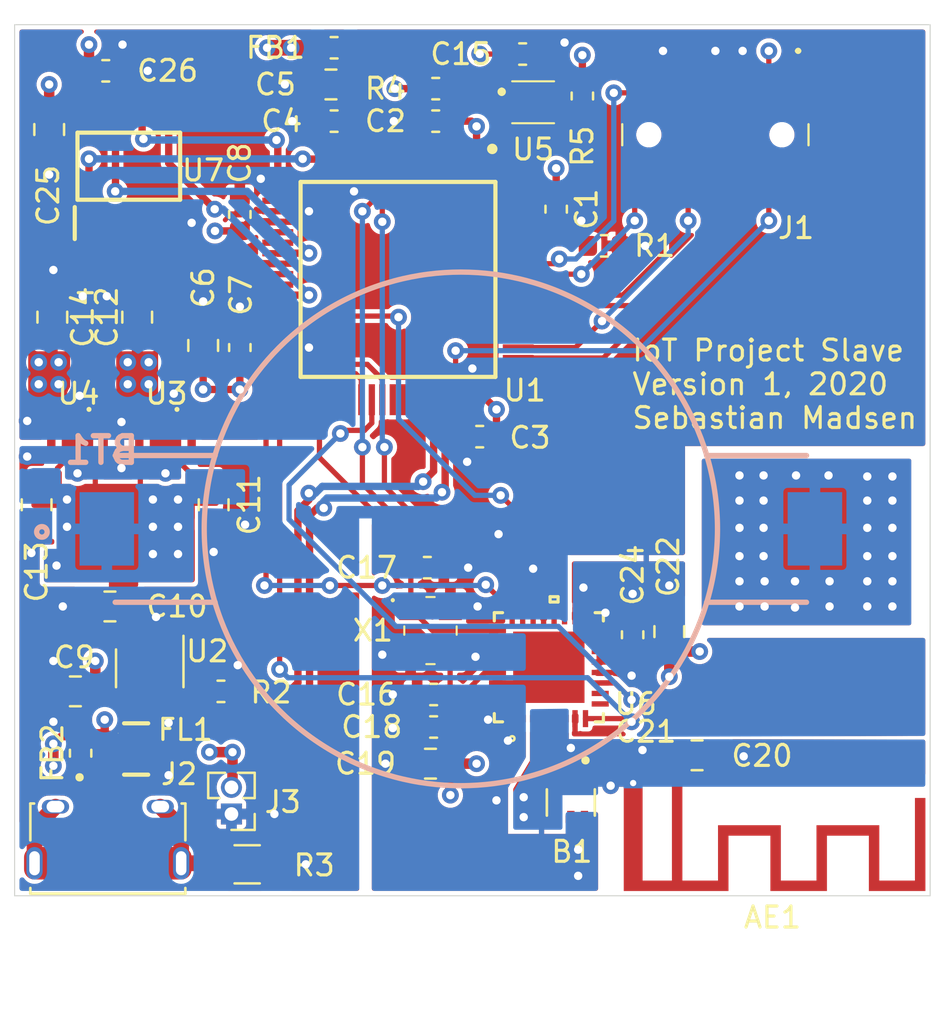
<source format=kicad_pcb>
(kicad_pcb (version 20171130) (host pcbnew 5.1.8-db9833491~88~ubuntu20.04.1)
  (layers (0 F.Cu signal) (1 In1.Cu power) (2 In2.Cu power) (31 B.Cu signal) (34 B.Paste user) (35 F.Paste user) (36 B.SilkS user) (37 F.SilkS user) (38 B.Mask user) (39 F.Mask user) (44 Edge.Cuts user))
  (net 0 "")
  (net 1 GND)
  (net 2 "Net-(AE1-Pad1)")
  (net 3 "Net-(B1-Pad4)")
  (net 4 "Net-(B1-Pad3)")
  (net 5 "Net-(B1-Pad2)")
  (net 6 +BATT)
  (net 7 +1V8)
  (net 8 "Net-(C4-Pad1)")
  (net 9 +5V)
  (net 10 +1V0)
  (net 11 /ZigBee/XO)
  (net 12 /ZigBee/XI)
  (net 13 "Net-(FB2-Pad2)")
  (net 14 "Net-(FL1-Pad4)")
  (net 15 /MCU/USB_DP)
  (net 16 "Net-(FL1-Pad3)")
  (net 17 "Net-(FL1-Pad2)")
  (net 18 "Net-(J1-Pad1)")
  (net 19 "Net-(J1-Pad2)")
  (net 20 /MCU/JTMS)
  (net 21 /MCU/JTCK)
  (net 22 /MCU/JTDO)
  (net 23 "Net-(J1-Pad9)")
  (net 24 /MCU/JTDI)
  (net 25 /MCU/NRST)
  (net 26 /MCU/USART_RX)
  (net 27 /MCU/USART_TX)
  (net 28 GND1)
  (net 29 "Net-(J2-Pad4)")
  (net 30 "Net-(R1-Pad2)")
  (net 31 "Net-(R2-Pad1)")
  (net 32 /MCU/I2C1_SCL)
  (net 33 /MCU/I2C1_SDA)
  (net 34 "Net-(U1-Pad61)")
  (net 35 "Net-(U1-Pad60)")
  (net 36 "Net-(U1-Pad56)")
  (net 37 "Net-(U1-Pad53)")
  (net 38 "Net-(U1-Pad52)")
  (net 39 "Net-(U1-Pad51)")
  (net 40 "Net-(U1-Pad41)")
  (net 41 "Net-(U1-Pad40)")
  (net 42 /ZigBee/IRQ)
  (net 43 /MCU/RF_SLP_TR)
  (net 44 /MCU/~RF_RST)
  (net 45 "Net-(U1-Pad36)")
  (net 46 "Net-(U1-Pad35)")
  (net 47 "Net-(U1-Pad34)")
  (net 48 /MCU/~SPI2_NSS)
  (net 49 "Net-(U1-Pad29)")
  (net 50 /MCU/SPI2_SCK)
  (net 51 "Net-(U1-Pad27)")
  (net 52 /Memory/QSPI_DATA0)
  (net 53 /Memory/QSPI_DATA1)
  (net 54 "Net-(U1-Pad24)")
  (net 55 /Memory/QSPI_DATA2)
  (net 56 /Memory/QSPI_DATA3)
  (net 57 "Net-(U1-Pad21)")
  (net 58 "Net-(U1-Pad20)")
  (net 59 /MCU/QSPI_CLK)
  (net 60 /MCU/QSPI_NCS)
  (net 61 "Net-(U1-Pad15)")
  (net 62 "Net-(U1-Pad14)")
  (net 63 /MCU/SPI2_MOSI)
  (net 64 /MCU/SPI2_MISO)
  (net 65 "Net-(U1-Pad9)")
  (net 66 "Net-(U1-Pad8)")
  (net 67 "Net-(U1-Pad7)")
  (net 68 "Net-(U1-Pad6)")
  (net 69 "Net-(U1-Pad5)")
  (net 70 "Net-(U1-Pad4)")
  (net 71 "Net-(U1-Pad3)")
  (net 72 "Net-(U1-Pad2)")
  (net 73 "Net-(U2-Pad1)")
  (net 74 "Net-(U3-Pad1)")
  (net 75 "Net-(U4-Pad1)")
  (net 76 "Net-(U6-Pad28)")
  (net 77 "Net-(U6-Pad17)")
  (net 78 "Net-(U6-Pad15)")
  (net 79 "Net-(U6-Pad10)")
  (net 80 "Net-(U6-Pad9)")
  (net 81 /MCU/USB_DN)
  (module Personal_Passives:2450FB15L0001E (layer F.Cu) (at 160.15 118.65 270)
    (fp_text reference B1 (at 2.35 -0.05 180) (layer F.SilkS))
    (fp_text value 2450FB15L0001E)
    (pad 6 smd rect (at 0.8 -0.65 270) (size 0.8 0.35) (layers F.Cu F.Paste F.Mask) (net 1 GND))
    (pad 5 smd rect (at 0.8 0 270) (size 0.8 0.35) (layers F.Cu F.Paste F.Mask) (net 1 GND))
    (pad 4 smd rect (at 0.8 0.65 270) (size 0.8 0.35) (layers F.Cu F.Paste F.Mask) (net 3 "Net-(B1-Pad4)"))
    (pad 3 smd rect (at -0.8 0.65 270) (size 0.8 0.35) (layers F.Cu F.Paste F.Mask) (net 4 "Net-(B1-Pad3)"))
    (pad 2 smd rect (at -0.8 0 270) (size 0.8 0.35) (layers F.Cu F.Paste F.Mask) (net 5 "Net-(B1-Pad2)"))
    (pad 1 smd rect (at -0.8 -0.65 270) (size 0.8 0.35) (layers F.Cu F.Paste F.Mask) (net 2 "Net-(AE1-Pad1)"))
  )
  (module Personal_Actives:ECS1601633BCKMTR (layer F.Cu) (at 153.45 110.45 270)
    (fp_text reference X1 (at 0 2.75 180) (layer F.SilkS))
    (fp_text value "16 MHz" hide)
    (pad 1 smd rect (at -1.15 0.95) (size 1.1 1.3) (layers F.Cu F.Paste F.Mask) (net 12 /ZigBee/XI))
    (pad 2 smd rect (at 1.15 0.95) (size 1.1 1.3) (layers F.Cu F.Paste F.Mask) (net 1 GND))
    (pad 3 smd rect (at 1.15 -0.95) (size 1.1 1.3) (layers F.Cu F.Paste F.Mask) (net 11 /ZigBee/XO))
    (pad 4 smd rect (at -1.15 -0.95) (size 1.1 1.3) (layers F.Cu F.Paste F.Mask) (net 1 GND))
  )
  (module Personal_ICs:SHTC3 (layer F.Cu) (at 157.95 85.25 270)
    (fp_text reference U5 (at 2.25 -0.4 180) (layer F.SilkS))
    (fp_text value SHTC3 hide)
    (pad 1 smd rect (at -0.5 0.525 270) (size 0.35 0.55) (layers F.Cu F.Paste F.Mask) (net 7 +1V8))
    (pad 2 smd rect (at 0.5 0.525 270) (size 0.35 0.55) (layers F.Cu F.Paste F.Mask) (net 32 /MCU/I2C1_SCL))
    (pad 3 smd rect (at 0.5 -1.325 270) (size 0.35 0.55) (layers F.Cu F.Paste F.Mask) (net 33 /MCU/I2C1_SDA))
    (pad 4 smd rect (at -0.5 -1.325 270) (size 0.35 0.55) (layers F.Cu F.Paste F.Mask) (net 1 GND))
    (pad 5 smd rect (at 0 -0.4) (size 0.7 1.6) (layers F.Cu F.Paste F.Mask) (net 1 GND))
  )
  (module Personal_Misc:SMTU2430-LF (layer B.Cu) (at 154.9 105.6)
    (fp_text reference BT1 (at -17.15 -3.75) (layer B.SilkS) (effects (font (size 1.27 1.27) (thickness 0.254)) (justify mirror)))
    (fp_text value LIR2450 hide)
    (pad 2 smd rect (at 16.9 0) (size 2.6 3.5) (layers B.Cu B.Paste B.Mask) (net 1 GND))
    (pad 1 smd rect (at -16.9 0) (size 2.6 3.5) (layers B.Cu B.Paste B.Mask) (net 6 +BATT))
  )
  (module Capacitor_SMD:C_0603_1608Metric (layer F.Cu) (at 159.45 90.35 90)
    (fp_text reference C1 (at 0 1.45 90) (layer F.SilkS))
    (fp_text value "100 nF")
    (pad 2 smd roundrect (at 0.7875 0 90) (size 0.875 0.95) (layers F.Cu F.Paste F.Mask) (net 7 +1V8))
    (pad 1 smd roundrect (at -0.7875 0 90) (size 0.875 0.95) (layers F.Cu F.Paste F.Mask) (net 1 GND))
  )
  (module Capacitor_SMD:C_0603_1608Metric (layer F.Cu) (at 153.7 86.15)
    (fp_text reference C2 (at -2.4 0) (layer F.SilkS))
    (fp_text value "100 nF")
    (pad 2 smd roundrect (at 0.7875 0) (size 0.875 0.95) (layers F.Cu F.Paste F.Mask) (net 7 +1V8))
    (pad 1 smd roundrect (at -0.7875 0) (size 0.875 0.95) (layers F.Cu F.Paste F.Mask) (net 1 GND))
  )
  (module Capacitor_SMD:C_0603_1608Metric (layer F.Cu) (at 155.8 101.2 180)
    (fp_text reference C3 (at -2.4 -0.05) (layer F.SilkS))
    (fp_text value "100 nF")
    (pad 2 smd roundrect (at 0.7875 0 180) (size 0.875 0.95) (layers F.Cu F.Paste F.Mask) (net 1 GND))
    (pad 1 smd roundrect (at -0.7875 0 180) (size 0.875 0.95) (layers F.Cu F.Paste F.Mask) (net 7 +1V8))
  )
  (module Capacitor_SMD:C_0603_1608Metric (layer F.Cu) (at 148.85 86.15 180)
    (fp_text reference C4 (at 2.5 0) (layer F.SilkS))
    (fp_text value "10 nF")
    (pad 2 smd roundrect (at 0.7875 0 180) (size 0.875 0.95) (layers F.Cu F.Paste F.Mask) (net 1 GND))
    (pad 1 smd roundrect (at -0.7875 0 180) (size 0.875 0.95) (layers F.Cu F.Paste F.Mask) (net 8 "Net-(C4-Pad1)"))
  )
  (module Capacitor_SMD:C_0805_2012Metric (layer F.Cu) (at 148.7 84.4 180)
    (fp_text reference C5 (at 2.65 0) (layer F.SilkS))
    (fp_text value "1 µF")
    (pad 2 smd roundrect (at 0.9375 0 180) (size 0.975 1.4) (layers F.Cu F.Paste F.Mask) (net 1 GND))
    (pad 1 smd roundrect (at -0.9375 0 180) (size 0.975 1.4) (layers F.Cu F.Paste F.Mask) (net 8 "Net-(C4-Pad1)"))
  )
  (module Capacitor_SMD:C_0805_2012Metric (layer F.Cu) (at 142.6 96.85 90)
    (fp_text reference C6 (at 2.75 0 90) (layer F.SilkS))
    (fp_text value "10 µF")
    (pad 2 smd roundrect (at 0.9375 0 90) (size 0.975 1.4) (layers F.Cu F.Paste F.Mask) (net 1 GND))
    (pad 1 smd roundrect (at -0.9375 0 90) (size 0.975 1.4) (layers F.Cu F.Paste F.Mask) (net 7 +1V8))
  )
  (module Capacitor_SMD:C_0603_1608Metric (layer F.Cu) (at 144.35 96.95 90)
    (fp_text reference C7 (at 2.5 0.05 90) (layer F.SilkS))
    (fp_text value "100 nF")
    (pad 2 smd roundrect (at 0.7875 0 90) (size 0.875 0.95) (layers F.Cu F.Paste F.Mask) (net 1 GND))
    (pad 1 smd roundrect (at -0.7875 0 90) (size 0.875 0.95) (layers F.Cu F.Paste F.Mask) (net 7 +1V8))
  )
  (module Capacitor_SMD:C_0603_1608Metric (layer F.Cu) (at 144.35 90.6 270)
    (fp_text reference C8 (at -2.45 0 90) (layer F.SilkS))
    (fp_text value "100 nF")
    (pad 1 smd roundrect (at -0.7875 0 270) (size 0.875 0.95) (layers F.Cu F.Paste F.Mask) (net 1 GND))
    (pad 2 smd roundrect (at 0.7875 0 270) (size 0.875 0.95) (layers F.Cu F.Paste F.Mask) (net 7 +1V8))
  )
  (module Capacitor_SMD:C_0805_2012Metric (layer F.Cu) (at 136.5 113.35 180)
    (fp_text reference C9 (at 0.0508 1.6256) (layer F.SilkS))
    (fp_text value "10 µF")
    (pad 1 smd roundrect (at -0.9375 0 180) (size 0.975 1.4) (layers F.Cu F.Paste F.Mask) (net 9 +5V))
    (pad 2 smd roundrect (at 0.9375 0 180) (size 0.975 1.4) (layers F.Cu F.Paste F.Mask) (net 1 GND))
  )
  (module Capacitor_SMD:C_0805_2012Metric (layer F.Cu) (at 138.15 109.3 180)
    (fp_text reference C10 (at -3.2 0 180) (layer F.SilkS))
    (fp_text value "4.7 µF")
    (pad 1 smd roundrect (at -0.9375 0 180) (size 0.975 1.4) (layers F.Cu F.Paste F.Mask) (net 6 +BATT))
    (pad 2 smd roundrect (at 0.9375 0 180) (size 0.975 1.4) (layers F.Cu F.Paste F.Mask) (net 1 GND))
  )
  (module Capacitor_SMD:C_0805_2012Metric (layer F.Cu) (at 143.1 104.45 90)
    (fp_text reference C11 (at 0 1.7 90) (layer F.SilkS))
    (fp_text value "4.7 µF")
    (pad 1 smd roundrect (at -0.9375 0 90) (size 0.975 1.4) (layers F.Cu F.Paste F.Mask) (net 1 GND))
    (pad 2 smd roundrect (at 0.9375 0 90) (size 0.975 1.4) (layers F.Cu F.Paste F.Mask) (net 6 +BATT))
  )
  (module Capacitor_SMD:C_0805_2012Metric (layer F.Cu) (at 139.45 95.5 270)
    (fp_text reference C12 (at 0 1.45 90) (layer F.SilkS))
    (fp_text value "10 µF")
    (pad 2 smd roundrect (at 0.9375 0 270) (size 0.975 1.4) (layers F.Cu F.Paste F.Mask) (net 7 +1V8))
    (pad 1 smd roundrect (at -0.9375 0 270) (size 0.975 1.4) (layers F.Cu F.Paste F.Mask) (net 1 GND))
  )
  (module Capacitor_SMD:C_0805_2012Metric (layer F.Cu) (at 134.65 104.45 90)
    (fp_text reference C13 (at -3.2 0 90) (layer F.SilkS))
    (fp_text value "4.7 µF")
    (pad 2 smd roundrect (at 0.9375 0 90) (size 0.975 1.4) (layers F.Cu F.Paste F.Mask) (net 6 +BATT))
    (pad 1 smd roundrect (at -0.9375 0 90) (size 0.975 1.4) (layers F.Cu F.Paste F.Mask) (net 1 GND))
  )
  (module Capacitor_SMD:C_0805_2012Metric (layer F.Cu) (at 135.4 95.5 270)
    (fp_text reference C14 (at 0 -1.45 90) (layer F.SilkS))
    (fp_text value "10 µF")
    (pad 1 smd roundrect (at -0.9375 0 270) (size 0.975 1.4) (layers F.Cu F.Paste F.Mask) (net 1 GND))
    (pad 2 smd roundrect (at 0.9375 0 270) (size 0.975 1.4) (layers F.Cu F.Paste F.Mask) (net 10 +1V0))
  )
  (module Capacitor_SMD:C_0603_1608Metric (layer F.Cu) (at 157.85 82.95 180)
    (fp_text reference C15 (at 2.95 0) (layer F.SilkS))
    (fp_text value "100 nF")
    (pad 1 smd roundrect (at -0.7875 0 180) (size 0.875 0.95) (layers F.Cu F.Paste F.Mask) (net 1 GND))
    (pad 2 smd roundrect (at 0.7875 0 180) (size 0.875 0.95) (layers F.Cu F.Paste F.Mask) (net 7 +1V8))
  )
  (module Capacitor_SMD:C_0603_1608Metric (layer F.Cu) (at 153.6 113.5)
    (fp_text reference C16 (at -3.2 0) (layer F.SilkS))
    (fp_text value "22 pF")
    (pad 1 smd roundrect (at -0.7875 0) (size 0.875 0.95) (layers F.Cu F.Paste F.Mask) (net 1 GND))
    (pad 2 smd roundrect (at 0.7875 0) (size 0.875 0.95) (layers F.Cu F.Paste F.Mask) (net 11 /ZigBee/XO))
  )
  (module Capacitor_SMD:C_0603_1608Metric (layer F.Cu) (at 153.3 107.45)
    (fp_text reference C17 (at -2.9 0) (layer F.SilkS))
    (fp_text value "22 pF")
    (pad 1 smd roundrect (at -0.7875 0) (size 0.875 0.95) (layers F.Cu F.Paste F.Mask) (net 12 /ZigBee/XI))
    (pad 2 smd roundrect (at 0.7875 0) (size 0.875 0.95) (layers F.Cu F.Paste F.Mask) (net 1 GND))
  )
  (module Capacitor_SMD:C_0603_1608Metric (layer F.Cu) (at 153.6 115.05)
    (fp_text reference C18 (at -2.95 0) (layer F.SilkS))
    (fp_text value "100 nF")
    (pad 2 smd roundrect (at 0.7875 0) (size 0.875 0.95) (layers F.Cu F.Paste F.Mask) (net 7 +1V8))
    (pad 1 smd roundrect (at -0.7875 0) (size 0.875 0.95) (layers F.Cu F.Paste F.Mask) (net 1 GND))
  )
  (module Capacitor_SMD:C_0805_2012Metric (layer F.Cu) (at 153.45 116.8)
    (fp_text reference C19 (at -3.1 0) (layer F.SilkS))
    (fp_text value "10 µF")
    (pad 2 smd roundrect (at 0.9375 0) (size 0.975 1.4) (layers F.Cu F.Paste F.Mask) (net 7 +1V8))
    (pad 1 smd roundrect (at -0.9375 0) (size 0.975 1.4) (layers F.Cu F.Paste F.Mask) (net 1 GND))
  )
  (module Capacitor_SMD:C_0805_2012Metric (layer F.Cu) (at 166.175 116.4)
    (fp_text reference C20 (at 3.1 0.025) (layer F.SilkS))
    (fp_text value RF_MATCH)
    (pad 1 smd roundrect (at -0.9375 0) (size 0.975 1.4) (layers F.Cu F.Paste F.Mask) (net 2 "Net-(AE1-Pad1)"))
    (pad 2 smd roundrect (at 0.9375 0) (size 0.975 1.4) (layers F.Cu F.Paste F.Mask) (net 1 GND))
  )
  (module Capacitor_SMD:C_0402_1005Metric (layer F.Cu) (at 162.1 116.25)
    (fp_text reference C21 (at 1.625 -0.975) (layer F.SilkS))
    (fp_text value "22 pF C0G")
    (pad 1 smd roundrect (at -0.485 0) (size 0.59 0.64) (layers F.Cu F.Paste F.Mask) (net 5 "Net-(B1-Pad2)"))
    (pad 2 smd roundrect (at 0.485 0) (size 0.59 0.64) (layers F.Cu F.Paste F.Mask) (net 1 GND))
  )
  (module Capacitor_SMD:C_0805_2012Metric (layer F.Cu) (at 164.85 110.5 90)
    (fp_text reference C22 (at 3.1 -0.05 90) (layer F.SilkS))
    (fp_text value "10 µF")
    (pad 1 smd roundrect (at -0.9375 0 90) (size 0.975 1.4) (layers F.Cu F.Paste F.Mask) (net 7 +1V8))
    (pad 2 smd roundrect (at 0.9375 0 90) (size 0.975 1.4) (layers F.Cu F.Paste F.Mask) (net 1 GND))
  )
  (module Capacitor_SMD:C_0603_1608Metric (layer F.Cu) (at 163.1 110.65 90)
    (fp_text reference C24 (at 2.85 0 90) (layer F.SilkS))
    (fp_text value "100 nF")
    (pad 1 smd roundrect (at -0.7875 0 90) (size 0.875 0.95) (layers F.Cu F.Paste F.Mask) (net 7 +1V8))
    (pad 2 smd roundrect (at 0.7875 0 90) (size 0.875 0.95) (layers F.Cu F.Paste F.Mask) (net 1 GND))
  )
  (module Capacitor_SMD:C_0805_2012Metric (layer F.Cu) (at 135.25 86.55 90)
    (fp_text reference C25 (at -3.15 -0.05 90) (layer F.SilkS))
    (fp_text value "10 µF")
    (pad 2 smd roundrect (at 0.9375 0 90) (size 0.975 1.4) (layers F.Cu F.Paste F.Mask) (net 7 +1V8))
    (pad 1 smd roundrect (at -0.9375 0 90) (size 0.975 1.4) (layers F.Cu F.Paste F.Mask) (net 1 GND))
  )
  (module Capacitor_SMD:C_0603_1608Metric (layer F.Cu) (at 137.95 83.75 180)
    (fp_text reference C26 (at -2.95 0) (layer F.SilkS))
    (fp_text value "100 nF")
    (pad 1 smd roundrect (at -0.7875 0 180) (size 0.875 0.95) (layers F.Cu F.Paste F.Mask) (net 1 GND))
    (pad 2 smd roundrect (at 0.7875 0 180) (size 0.875 0.95) (layers F.Cu F.Paste F.Mask) (net 7 +1V8))
  )
  (module Inductor_SMD:L_0603_1608Metric (layer F.Cu) (at 148.85 82.65 180)
    (fp_text reference FB1 (at 2.8 0) (layer F.SilkS))
    (fp_text value "1k @ 100 MHz")
    (pad 1 smd roundrect (at -0.7875 0 180) (size 0.875 0.95) (layers F.Cu F.Paste F.Mask) (net 8 "Net-(C4-Pad1)"))
    (pad 2 smd roundrect (at 0.7875 0 180) (size 0.875 0.95) (layers F.Cu F.Paste F.Mask) (net 7 +1V8))
  )
  (module Inductor_SMD:L_0603_1608Metric (layer F.Cu) (at 136.75 116.3 270)
    (fp_text reference FB2 (at 0 1.35 90) (layer F.SilkS))
    (fp_text value "1k @ 100 MHz")
    (pad 2 smd roundrect (at 0.7875 0 270) (size 0.875 0.95) (layers F.Cu F.Paste F.Mask) (net 13 "Net-(FB2-Pad2)"))
    (pad 1 smd roundrect (at -0.7875 0 270) (size 0.875 0.95) (layers F.Cu F.Paste F.Mask) (net 9 +5V))
  )
  (module Personal_Passives:ECMF024CMX8 (layer F.Cu) (at 139.4 116.1 270)
    (fp_text reference FL1 (at -0.9144 -2.3495 180) (layer F.SilkS))
    (fp_text value ECMF02-4CMX8 hide)
    (pad 5 smd rect (at 0.95 -0.3) (size 0.2 0.2) (layers F.Cu F.Paste F.Mask) (net 1 GND))
    (pad 4 smd rect (at 0.95 0.3) (size 0.2 0.2) (layers F.Cu F.Paste F.Mask) (net 14 "Net-(FL1-Pad4)"))
    (pad 1 smd rect (at -0.95 0.3) (size 0.2 0.2) (layers F.Cu F.Paste F.Mask) (net 9 +5V))
    (pad 8 smd rect (at -0.95 -0.3) (size 0.2 0.2) (layers F.Cu F.Paste F.Mask) (net 1 GND))
    (pad 8 smd rect (at -0.75 -0.5 270) (size 0.2 0.6) (layers F.Cu F.Paste F.Mask) (net 1 GND))
    (pad 7 smd rect (at -0.25 -0.5 270) (size 0.2 0.6) (layers F.Cu F.Paste F.Mask) (net 81 /MCU/USB_DN))
    (pad 6 smd rect (at 0.25 -0.5 270) (size 0.2 0.6) (layers F.Cu F.Paste F.Mask) (net 15 /MCU/USB_DP))
    (pad 5 smd rect (at 0.75 -0.5 270) (size 0.2 0.6) (layers F.Cu F.Paste F.Mask) (net 1 GND))
    (pad 4 smd rect (at 0.75 0.5 270) (size 0.2 0.6) (layers F.Cu F.Paste F.Mask) (net 14 "Net-(FL1-Pad4)"))
    (pad 3 smd rect (at 0.25 0.5 270) (size 0.2 0.6) (layers F.Cu F.Paste F.Mask) (net 16 "Net-(FL1-Pad3)"))
    (pad 2 smd rect (at -0.25 0.5 270) (size 0.2 0.6) (layers F.Cu F.Paste F.Mask) (net 17 "Net-(FL1-Pad2)"))
    (pad 1 smd rect (at -0.75 0.5 270) (size 0.2 0.6) (layers F.Cu F.Paste F.Mask) (net 9 +5V))
  )
  (module Personal_Misc:M50-3610742R (layer F.Cu) (at 167.05 86.8 180)
    (fp_text reference J1 (at -3.85 -4.45) (layer F.SilkS))
    (fp_text value M50-3610742R hide)
    (pad 1 smd rect (at -3.81 2 180) (size 0.65 2.5) (layers F.Cu F.Paste F.Mask) (net 18 "Net-(J1-Pad1)"))
    (pad 2 smd rect (at -3.81 -2 180) (size 0.65 2.5) (layers F.Cu F.Paste F.Mask) (net 19 "Net-(J1-Pad2)"))
    (pad 3 smd rect (at -2.54 2 180) (size 0.65 2.5) (layers F.Cu F.Paste F.Mask) (net 7 +1V8))
    (pad 4 smd rect (at -2.54 -2 180) (size 0.65 2.5) (layers F.Cu F.Paste F.Mask) (net 20 /MCU/JTMS))
    (pad 5 smd rect (at -1.27 2 180) (size 0.65 2.5) (layers F.Cu F.Paste F.Mask) (net 1 GND))
    (pad 6 smd rect (at -1.27 -2 180) (size 0.65 2.5) (layers F.Cu F.Paste F.Mask) (net 21 /MCU/JTCK))
    (pad 7 smd rect (at 0 2 180) (size 0.65 2.5) (layers F.Cu F.Paste F.Mask) (net 1 GND))
    (pad 8 smd rect (at 0 -2 180) (size 0.65 2.5) (layers F.Cu F.Paste F.Mask) (net 22 /MCU/JTDO))
    (pad 9 smd rect (at 1.27 2 180) (size 0.65 2.5) (layers F.Cu F.Paste F.Mask) (net 23 "Net-(J1-Pad9)"))
    (pad 10 smd rect (at 1.27 -2 180) (size 0.65 2.5) (layers F.Cu F.Paste F.Mask) (net 24 /MCU/JTDI))
    (pad 11 smd rect (at 2.54 2 180) (size 0.65 2.5) (layers F.Cu F.Paste F.Mask) (net 1 GND))
    (pad 12 smd rect (at 2.54 -2 180) (size 0.65 2.5) (layers F.Cu F.Paste F.Mask) (net 25 /MCU/NRST))
    (pad 13 smd rect (at 3.81 2 180) (size 0.65 2.5) (layers F.Cu F.Paste F.Mask) (net 26 /MCU/USART_RX))
    (pad 14 smd rect (at 3.81 -2 180) (size 0.65 2.5) (layers F.Cu F.Paste F.Mask) (net 27 /MCU/USART_TX))
    (pad MH1 np_thru_hole circle (at -3.175 0 180) (size 0.8 0) (drill 0.8) (layers *.Cu *.Mask))
    (pad MH2 np_thru_hole circle (at 3.175 0 180) (size 0.8 0) (drill 0.8) (layers *.Cu *.Mask))
  )
  (module Personal_Misc:10118194-0001LF (layer F.Cu) (at 138.05 121.55)
    (fp_text reference J2 (at 3.4 -4.25) (layer F.SilkS))
    (fp_text value 10118194-0001LF)
    (fp_poly (pts (xy 2.3 0.78) (xy 2.3 -0.775) (xy 3.4975 -0.775) (xy 3.4975 -0.575) (xy 3.485731 -0.574662) (xy 3.472748 -0.57364) (xy 3.459836 -0.571941) (xy 3.447031 -0.569567) (xy 3.434368 -0.566527) (xy 3.421881 -0.562828) (xy 3.409605 -0.558481) (xy 3.397573 -0.553497) (xy 3.385818 -0.547891) (xy 3.374373 -0.541677) (xy 3.363269 -0.534872) (xy 3.352537 -0.527496) (xy 3.342205 -0.519567) (xy 3.332302 -0.51111) (xy 3.322855 -0.502145) (xy 3.31389 -0.492698) (xy 3.305433 -0.482795) (xy 3.297504 -0.472463) (xy 3.290128 -0.461731) (xy 3.283323 -0.450627) (xy 3.277109 -0.439182) (xy 3.271503 -0.427427) (xy 3.266519 -0.415395) (xy 3.262172 -0.403119) (xy 3.258473 -0.390632) (xy 3.255433 -0.377969) (xy 3.253059 -0.365164) (xy 3.25136 -0.352252) (xy 3.250338 -0.339269) (xy 3.25 -0.325) (xy 3.25 -0.315) (xy 3.25 0.315) (xy 3.25 0.325) (xy 3.250343 0.338084) (xy 3.25137 0.351132) (xy 3.253078 0.364109) (xy 3.255463 0.376978) (xy 3.258519 0.389705) (xy 3.262236 0.402254) (xy 3.266605 0.414592) (xy 3.271614 0.426684) (xy 3.277248 0.438498) (xy 3.283494 0.45) (xy 3.290332 0.46116) (xy 3.297746 0.471946) (xy 3.305714 0.48233) (xy 3.314214 0.492283) (xy 3.323223 0.501777) (xy 3.332717 0.510786) (xy 3.34267 0.519286) (xy 3.353054 0.527254) (xy 3.36384 0.534668) (xy 3.375 0.541506) (xy 3.386502 0.547752) (xy 3.398316 0.553386) (xy 3.410408 0.558395) (xy 3.422746 0.562764) (xy 3.435295 0.566481) (xy 3.448022 0.569537) (xy 3.460891 0.571922) (xy 3.473868 0.57363) (xy 3.486916 0.574657) (xy 3.5 0.575) (xy 3.513084 0.574657) (xy 3.526132 0.57363) (xy 3.539109 0.571922) (xy 3.551978 0.569537) (xy 3.564705 0.566481) (xy 3.577254 0.562764) (xy 3.589592 0.558395) (xy 3.601684 0.553386) (xy 3.613498 0.547752) (xy 3.625 0.541506) (xy 3.63616 0.534668) (xy 3.646946 0.527254) (xy 3.65733 0.519286) (xy 3.667283 0.510786) (xy 3.676777 0.501777) (xy 3.685786 0.492283) (xy 3.694286 0.48233) (xy 3.702254 0.471946) (xy 3.709668 0.46116) (xy 3.716506 0.45) (xy 3.722752 0.438498) (xy 3.728386 0.426684) (xy 3.733395 0.414592) (xy 3.737764 0.402254) (xy 3.741481 0.389705) (xy 3.744537 0.376978) (xy 3.746922 0.364109) (xy 3.74863 0.351132) (xy 3.749657 0.338084) (xy 3.75 0.325) (xy 3.75 -0.325) (xy 3.749662 -0.339269) (xy 3.74864 -0.352252) (xy 3.746941 -0.365164) (xy 3.744567 -0.377969) (xy 3.741527 -0.390632) (xy 3.737828 -0.403119) (xy 3.733481 -0.415395) (xy 3.728497 -0.427427) (xy 3.722891 -0.439182) (xy 3.716677 -0.450627) (xy 3.709872 -0.461731) (xy 3.702496 -0.472463) (xy 3.694567 -0.482795) (xy 3.68611 -0.492698) (xy 3.677145 -0.502145) (xy 3.667698 -0.51111) (xy 3.657795 -0.519567) (xy 3.647463 -0.527496) (xy 3.636731 -0.534872) (xy 3.625627 -0.541677) (xy 3.614182 -0.547891) (xy 3.602427 -0.553497) (xy 3.590395 -0.558481) (xy 3.578119 -0.562828) (xy 3.565632 -0.566527) (xy 3.552969 -0.569567) (xy 3.540164 -0.571941) (xy 3.527252 -0.57364) (xy 3.514269 -0.574662) (xy 3.5025 -0.575) (xy 3.5025 -0.775) (xy 3.527353 -0.774318) (xy 3.553384 -0.772269) (xy 3.579272 -0.768861) (xy 3.604946 -0.764103) (xy 3.630336 -0.758007) (xy 3.655373 -0.750591) (xy 3.679987 -0.741875) (xy 3.704111 -0.731882) (xy 3.727678 -0.720641) (xy 3.750626 -0.708182) (xy 3.77289 -0.694538) (xy 3.794409 -0.679748) (xy 3.815125 -0.663853) (xy 3.83498 -0.646895) (xy 3.853921 -0.628921) (xy 3.871895 -0.60998) (xy 3.888853 -0.590125) (xy 3.904748 -0.569409) (xy 3.919538 -0.54789) (xy 3.933182 -0.525626) (xy 3.945641 -0.502678) (xy 3.956882 -0.479111) (xy 3.966875 -0.454987) (xy 3.975591 -0.430373) (xy 3.983007 -0.405336) (xy 3.989103 -0.379946) (xy 3.993861 -0.354272) (xy 3.997269 -0.328384) (xy 3.999318 -0.302353) (xy 4 -0.275) (xy 4 0.275) (xy 3.999315 0.301168) (xy 3.997261 0.327264) (xy 3.993844 0.353217) (xy 3.989074 0.378956) (xy 3.982963 0.40441) (xy 3.975528 0.429508) (xy 3.96679 0.454184) (xy 3.956773 0.478368) (xy 3.945503 0.501995) (xy 3.933013 0.525) (xy 3.919335 0.54732) (xy 3.904508 0.568893) (xy 3.888573 0.58966) (xy 3.871572 0.609565) (xy 3.853553 0.628553) (xy 3.834565 0.646572) (xy 3.81466 0.663573) (xy 3.793893 0.679508) (xy 3.77232 0.694335) (xy 3.75 0.708013) (xy 3.726995 0.720503) (xy 3.703368 0.731773) (xy 3.679184 0.74179) (xy 3.654508 0.750528) (xy 3.62941 0.757963) (xy 3.603956 0.764074) (xy 3.578217 0.768844) (xy 3.552264 0.772261) (xy 3.526168 0.774315) (xy 3.5 0.775) (xy 2.305 0.775) (xy 2.305 0.78) (xy 2.3 0.78)) (layer F.Cu) (width 0.001))
    (fp_poly (pts (xy -2.3 -0.78) (xy -2.3 0.775) (xy -3.4975 0.775) (xy -3.4975 0.575) (xy -3.485731 0.574662) (xy -3.472748 0.57364) (xy -3.459836 0.571941) (xy -3.447031 0.569567) (xy -3.434368 0.566527) (xy -3.421881 0.562828) (xy -3.409605 0.558481) (xy -3.397573 0.553497) (xy -3.385818 0.547891) (xy -3.374373 0.541677) (xy -3.363269 0.534872) (xy -3.352537 0.527496) (xy -3.342205 0.519567) (xy -3.332302 0.51111) (xy -3.322855 0.502145) (xy -3.31389 0.492698) (xy -3.305433 0.482795) (xy -3.297504 0.472463) (xy -3.290128 0.461731) (xy -3.283323 0.450627) (xy -3.277109 0.439182) (xy -3.271503 0.427427) (xy -3.266519 0.415395) (xy -3.262172 0.403119) (xy -3.258473 0.390632) (xy -3.255433 0.377969) (xy -3.253059 0.365164) (xy -3.25136 0.352252) (xy -3.250338 0.339269) (xy -3.25 0.325) (xy -3.25 0.315) (xy -3.25 -0.315) (xy -3.25 -0.325) (xy -3.250343 -0.338084) (xy -3.25137 -0.351132) (xy -3.253078 -0.364109) (xy -3.255463 -0.376978) (xy -3.258519 -0.389705) (xy -3.262236 -0.402254) (xy -3.266605 -0.414592) (xy -3.271614 -0.426684) (xy -3.277248 -0.438498) (xy -3.283494 -0.45) (xy -3.290332 -0.46116) (xy -3.297746 -0.471946) (xy -3.305714 -0.48233) (xy -3.314214 -0.492283) (xy -3.323223 -0.501777) (xy -3.332717 -0.510786) (xy -3.34267 -0.519286) (xy -3.353054 -0.527254) (xy -3.36384 -0.534668) (xy -3.375 -0.541506) (xy -3.386502 -0.547752) (xy -3.398316 -0.553386) (xy -3.410408 -0.558395) (xy -3.422746 -0.562764) (xy -3.435295 -0.566481) (xy -3.448022 -0.569537) (xy -3.460891 -0.571922) (xy -3.473868 -0.57363) (xy -3.486916 -0.574657) (xy -3.5 -0.575) (xy -3.513084 -0.574657) (xy -3.526132 -0.57363) (xy -3.539109 -0.571922) (xy -3.551978 -0.569537) (xy -3.564705 -0.566481) (xy -3.577254 -0.562764) (xy -3.589592 -0.558395) (xy -3.601684 -0.553386) (xy -3.613498 -0.547752) (xy -3.625 -0.541506) (xy -3.63616 -0.534668) (xy -3.646946 -0.527254) (xy -3.65733 -0.519286) (xy -3.667283 -0.510786) (xy -3.676777 -0.501777) (xy -3.685786 -0.492283) (xy -3.694286 -0.48233) (xy -3.702254 -0.471946) (xy -3.709668 -0.46116) (xy -3.716506 -0.45) (xy -3.722752 -0.438498) (xy -3.728386 -0.426684) (xy -3.733395 -0.414592) (xy -3.737764 -0.402254) (xy -3.741481 -0.389705) (xy -3.744537 -0.376978) (xy -3.746922 -0.364109) (xy -3.74863 -0.351132) (xy -3.749657 -0.338084) (xy -3.75 -0.325) (xy -3.75 0.325) (xy -3.749662 0.339269) (xy -3.74864 0.352252) (xy -3.746941 0.365164) (xy -3.744567 0.377969) (xy -3.741527 0.390632) (xy -3.737828 0.403119) (xy -3.733481 0.415395) (xy -3.728497 0.427427) (xy -3.722891 0.439182) (xy -3.716677 0.450627) (xy -3.709872 0.461731) (xy -3.702496 0.472463) (xy -3.694567 0.482795) (xy -3.68611 0.492698) (xy -3.677145 0.502145) (xy -3.667698 0.51111) (xy -3.657795 0.519567) (xy -3.647463 0.527496) (xy -3.636731 0.534872) (xy -3.625627 0.541677) (xy -3.614182 0.547891) (xy -3.602427 0.553497) (xy -3.590395 0.558481) (xy -3.578119 0.562828) (xy -3.565632 0.566527) (xy -3.552969 0.569567) (xy -3.540164 0.571941) (xy -3.527252 0.57364) (xy -3.514269 0.574662) (xy -3.5025 0.575) (xy -3.5025 0.775) (xy -3.527353 0.774318) (xy -3.553384 0.772269) (xy -3.579272 0.768861) (xy -3.604946 0.764103) (xy -3.630336 0.758007) (xy -3.655373 0.750591) (xy -3.679987 0.741875) (xy -3.704111 0.731882) (xy -3.727678 0.720641) (xy -3.750626 0.708182) (xy -3.77289 0.694538) (xy -3.794409 0.679748) (xy -3.815125 0.663853) (xy -3.83498 0.646895) (xy -3.853921 0.628921) (xy -3.871895 0.60998) (xy -3.888853 0.590125) (xy -3.904748 0.569409) (xy -3.919538 0.54789) (xy -3.933182 0.525626) (xy -3.945641 0.502678) (xy -3.956882 0.479111) (xy -3.966875 0.454987) (xy -3.975591 0.430373) (xy -3.983007 0.405336) (xy -3.989103 0.379946) (xy -3.993861 0.354272) (xy -3.997269 0.328384) (xy -3.999318 0.302353) (xy -4 0.275) (xy -4 -0.275) (xy -3.999315 -0.301168) (xy -3.997261 -0.327264) (xy -3.993844 -0.353217) (xy -3.989074 -0.378956) (xy -3.982963 -0.40441) (xy -3.975528 -0.429508) (xy -3.96679 -0.454184) (xy -3.956773 -0.478368) (xy -3.945503 -0.501995) (xy -3.933013 -0.525) (xy -3.919335 -0.54732) (xy -3.904508 -0.568893) (xy -3.888573 -0.58966) (xy -3.871572 -0.609565) (xy -3.853553 -0.628553) (xy -3.834565 -0.646572) (xy -3.81466 -0.663573) (xy -3.793893 -0.679508) (xy -3.77232 -0.694335) (xy -3.75 -0.708013) (xy -3.726995 -0.720503) (xy -3.703368 -0.731773) (xy -3.679184 -0.74179) (xy -3.654508 -0.750528) (xy -3.62941 -0.757963) (xy -3.603956 -0.764074) (xy -3.578217 -0.768844) (xy -3.552264 -0.772261) (xy -3.526168 -0.774315) (xy -3.5 -0.775) (xy -2.305 -0.775) (xy -2.305 -0.78) (xy -2.3 -0.78)) (layer F.Cu) (width 0.001))
    (pad S1 thru_hole oval (at 3.5 0) (size 0.775 1.55) (drill oval 0.5 1.15) (layers *.Cu *.Mask) (net 28 GND1))
    (pad S1 smd rect (at 1 0) (size 1.5 1.55) (layers F.Cu F.Paste F.Mask) (net 28 GND1))
    (pad S1 smd rect (at -1 0) (size 1.5 1.55) (layers F.Cu F.Paste F.Mask) (net 28 GND1))
    (pad S1 thru_hole oval (at -3.5 0) (size 0.775 1.55) (drill oval 0.5 1.15) (layers *.Cu *.Mask) (net 28 GND1))
    (pad S1 thru_hole oval (at 2.5 -2.7) (size 1.3 0.65) (drill oval 0.85 0.55) (layers *.Cu *.Mask) (net 28 GND1))
    (pad S1 thru_hole oval (at -2.5 -2.7) (size 1.3 0.65) (drill oval 0.85 0.55) (layers *.Cu *.Mask) (net 28 GND1))
    (pad 5 smd rect (at 1.3 -2.7) (size 0.4 1.35) (layers F.Cu F.Paste F.Mask) (net 1 GND))
    (pad 4 smd rect (at 0.65 -2.7) (size 0.4 1.35) (layers F.Cu F.Paste F.Mask) (net 29 "Net-(J2-Pad4)"))
    (pad 3 smd rect (at 0 -2.7) (size 0.4 1.35) (layers F.Cu F.Paste F.Mask) (net 16 "Net-(FL1-Pad3)"))
    (pad 2 smd rect (at -0.65 -2.7) (size 0.4 1.35) (layers F.Cu F.Paste F.Mask) (net 17 "Net-(FL1-Pad2)"))
    (pad 1 smd rect (at -1.3 -2.7) (size 0.4 1.35) (layers F.Cu F.Paste F.Mask) (net 13 "Net-(FB2-Pad2)"))
  )
  (module Connector_PinHeader_1.27mm:PinHeader_1x02_P1.27mm_Vertical (layer F.Cu) (at 143.95 119.2 180)
    (fp_text reference J3 (at -2.45 0.5715) (layer F.SilkS))
    (fp_text value Conn_01x02)
    (pad 1 thru_hole rect (at 0 0 180) (size 1 1) (drill 0.65) (layers *.Cu *.Mask) (net 1 GND))
    (pad 2 thru_hole oval (at 0 1.27 180) (size 1 1) (drill 0.65) (layers *.Cu *.Mask) (net 9 +5V))
  )
  (module Resistor_SMD:R_0603_1608Metric (layer F.Cu) (at 161.75 92.1 180)
    (fp_text reference R1 (at -2.4 0) (layer F.SilkS))
    (fp_text value 4.7k)
    (pad 1 smd roundrect (at -0.7875 0 180) (size 0.875 0.95) (layers F.Cu F.Paste F.Mask) (net 1 GND))
    (pad 2 smd roundrect (at 0.7875 0 180) (size 0.875 0.95) (layers F.Cu F.Paste F.Mask) (net 30 "Net-(R1-Pad2)"))
  )
  (module Resistor_SMD:R_0603_1608Metric (layer F.Cu) (at 143.45 113.35)
    (fp_text reference R2 (at 2.3876 0.0508) (layer F.SilkS))
    (fp_text value 25k)
    (pad 2 smd roundrect (at 0.7875 0) (size 0.875 0.95) (layers F.Cu F.Paste F.Mask) (net 1 GND))
    (pad 1 smd roundrect (at -0.7875 0) (size 0.875 0.95) (layers F.Cu F.Paste F.Mask) (net 31 "Net-(R2-Pad1)"))
  )
  (module Resistor_SMD:R_1206_3216Metric (layer F.Cu) (at 144.7 121.6 180)
    (fp_text reference R3 (at -3.2 -0.05) (layer F.SilkS))
    (fp_text value 0R)
    (pad 1 smd roundrect (at -1.4 0 180) (size 1.25 1.75) (layers F.Cu F.Paste F.Mask) (roundrect_rratio 0.2) (net 1 GND))
    (pad 2 smd roundrect (at 1.4 0 180) (size 1.25 1.75) (layers F.Cu F.Paste F.Mask) (roundrect_rratio 0.2) (net 28 GND1))
  )
  (module Resistor_SMD:R_0603_1608Metric (layer F.Cu) (at 153.7 84.6)
    (fp_text reference R4 (at -2.4 0) (layer F.SilkS))
    (fp_text value 10k)
    (pad 1 smd roundrect (at -0.7875 0) (size 0.875 0.95) (layers F.Cu F.Paste F.Mask) (net 7 +1V8))
    (pad 2 smd roundrect (at 0.7875 0) (size 0.875 0.95) (layers F.Cu F.Paste F.Mask) (net 32 /MCU/I2C1_SCL))
  )
  (module Resistor_SMD:R_0603_1608Metric (layer F.Cu) (at 160.7 84.95 270)
    (fp_text reference R5 (at 2.4 0 90) (layer F.SilkS))
    (fp_text value 10k)
    (pad 2 smd roundrect (at 0.7875 0 270) (size 0.875 0.95) (layers F.Cu F.Paste F.Mask) (net 33 /MCU/I2C1_SDA))
    (pad 1 smd roundrect (at -0.7875 0 270) (size 0.875 0.95) (layers F.Cu F.Paste F.Mask) (net 7 +1V8))
  )
  (module Personal_ICs:STM32L412RBT6P (layer F.Cu) (at 151.9 93.7 270)
    (fp_text reference U1 (at 5.3 -6.05 180) (layer F.SilkS))
    (fp_text value STM32L412RBT6P hide)
    (pad 64 smd rect (at -3.75 -5.738 270) (size 0.3 1.475) (layers F.Cu F.Paste F.Mask) (net 7 +1V8))
    (pad 63 smd rect (at -3.25 -5.738 270) (size 0.3 1.475) (layers F.Cu F.Paste F.Mask) (net 1 GND))
    (pad 62 smd rect (at -2.75 -5.738 270) (size 0.3 1.475) (layers F.Cu F.Paste F.Mask) (net 10 +1V0))
    (pad 61 smd rect (at -2.25 -5.738 270) (size 0.3 1.475) (layers F.Cu F.Paste F.Mask) (net 34 "Net-(U1-Pad61)"))
    (pad 60 smd rect (at -1.75 -5.738 270) (size 0.3 1.475) (layers F.Cu F.Paste F.Mask) (net 35 "Net-(U1-Pad60)"))
    (pad 59 smd rect (at -1.25 -5.738 270) (size 0.3 1.475) (layers F.Cu F.Paste F.Mask) (net 30 "Net-(R1-Pad2)"))
    (pad 58 smd rect (at -0.75 -5.738 270) (size 0.3 1.475) (layers F.Cu F.Paste F.Mask) (net 26 /MCU/USART_RX))
    (pad 57 smd rect (at -0.25 -5.738 270) (size 0.3 1.475) (layers F.Cu F.Paste F.Mask) (net 27 /MCU/USART_TX))
    (pad 56 smd rect (at 0.25 -5.738 270) (size 0.3 1.475) (layers F.Cu F.Paste F.Mask) (net 36 "Net-(U1-Pad56)"))
    (pad 55 smd rect (at 0.75 -5.738 270) (size 0.3 1.475) (layers F.Cu F.Paste F.Mask) (net 25 /MCU/NRST))
    (pad 54 smd rect (at 1.25 -5.738 270) (size 0.3 1.475) (layers F.Cu F.Paste F.Mask) (net 22 /MCU/JTDO))
    (pad 53 smd rect (at 1.75 -5.738 270) (size 0.3 1.475) (layers F.Cu F.Paste F.Mask) (net 37 "Net-(U1-Pad53)"))
    (pad 52 smd rect (at 2.25 -5.738 270) (size 0.3 1.475) (layers F.Cu F.Paste F.Mask) (net 38 "Net-(U1-Pad52)"))
    (pad 51 smd rect (at 2.75 -5.738 270) (size 0.3 1.475) (layers F.Cu F.Paste F.Mask) (net 39 "Net-(U1-Pad51)"))
    (pad 50 smd rect (at 3.25 -5.738 270) (size 0.3 1.475) (layers F.Cu F.Paste F.Mask) (net 24 /MCU/JTDI))
    (pad 49 smd rect (at 3.75 -5.738 270) (size 0.3 1.475) (layers F.Cu F.Paste F.Mask) (net 21 /MCU/JTCK))
    (pad 48 smd rect (at 5.738 -3.75) (size 0.3 1.475) (layers F.Cu F.Paste F.Mask) (net 7 +1V8))
    (pad 47 smd rect (at 5.738 -3.25) (size 0.3 1.475) (layers F.Cu F.Paste F.Mask) (net 1 GND))
    (pad 46 smd rect (at 5.738 -2.75) (size 0.3 1.475) (layers F.Cu F.Paste F.Mask) (net 20 /MCU/JTMS))
    (pad 45 smd rect (at 5.738 -2.25) (size 0.3 1.475) (layers F.Cu F.Paste F.Mask) (net 15 /MCU/USB_DP))
    (pad 44 smd rect (at 5.738 -1.75) (size 0.3 1.475) (layers F.Cu F.Paste F.Mask) (net 81 /MCU/USB_DN))
    (pad 43 smd rect (at 5.738 -1.25) (size 0.3 1.475) (layers F.Cu F.Paste F.Mask) (net 33 /MCU/I2C1_SDA))
    (pad 42 smd rect (at 5.738 -0.75) (size 0.3 1.475) (layers F.Cu F.Paste F.Mask) (net 32 /MCU/I2C1_SCL))
    (pad 41 smd rect (at 5.738 -0.25) (size 0.3 1.475) (layers F.Cu F.Paste F.Mask) (net 40 "Net-(U1-Pad41)"))
    (pad 40 smd rect (at 5.738 0.25) (size 0.3 1.475) (layers F.Cu F.Paste F.Mask) (net 41 "Net-(U1-Pad40)"))
    (pad 39 smd rect (at 5.738 0.75) (size 0.3 1.475) (layers F.Cu F.Paste F.Mask) (net 42 /ZigBee/IRQ))
    (pad 38 smd rect (at 5.738 1.25) (size 0.3 1.475) (layers F.Cu F.Paste F.Mask) (net 43 /MCU/RF_SLP_TR))
    (pad 37 smd rect (at 5.738 1.75) (size 0.3 1.475) (layers F.Cu F.Paste F.Mask) (net 44 /MCU/~RF_RST))
    (pad 36 smd rect (at 5.738 2.25) (size 0.3 1.475) (layers F.Cu F.Paste F.Mask) (net 45 "Net-(U1-Pad36)"))
    (pad 35 smd rect (at 5.738 2.75) (size 0.3 1.475) (layers F.Cu F.Paste F.Mask) (net 46 "Net-(U1-Pad35)"))
    (pad 34 smd rect (at 5.738 3.25) (size 0.3 1.475) (layers F.Cu F.Paste F.Mask) (net 47 "Net-(U1-Pad34)"))
    (pad 33 smd rect (at 5.738 3.75) (size 0.3 1.475) (layers F.Cu F.Paste F.Mask) (net 48 /MCU/~SPI2_NSS))
    (pad 32 smd rect (at 3.75 5.738 270) (size 0.3 1.475) (layers F.Cu F.Paste F.Mask) (net 7 +1V8))
    (pad 31 smd rect (at 3.25 5.738 270) (size 0.3 1.475) (layers F.Cu F.Paste F.Mask) (net 1 GND))
    (pad 30 smd rect (at 2.75 5.738 270) (size 0.3 1.475) (layers F.Cu F.Paste F.Mask) (net 10 +1V0))
    (pad 29 smd rect (at 2.25 5.738 270) (size 0.3 1.475) (layers F.Cu F.Paste F.Mask) (net 49 "Net-(U1-Pad29)"))
    (pad 28 smd rect (at 1.75 5.738 270) (size 0.3 1.475) (layers F.Cu F.Paste F.Mask) (net 50 /MCU/SPI2_SCK))
    (pad 27 smd rect (at 1.25 5.738 270) (size 0.3 1.475) (layers F.Cu F.Paste F.Mask) (net 51 "Net-(U1-Pad27)"))
    (pad 26 smd rect (at 0.75 5.738 270) (size 0.3 1.475) (layers F.Cu F.Paste F.Mask) (net 52 /Memory/QSPI_DATA0))
    (pad 25 smd rect (at 0.25 5.738 270) (size 0.3 1.475) (layers F.Cu F.Paste F.Mask) (net 53 /Memory/QSPI_DATA1))
    (pad 24 smd rect (at -0.25 5.738 270) (size 0.3 1.475) (layers F.Cu F.Paste F.Mask) (net 54 "Net-(U1-Pad24)"))
    (pad 23 smd rect (at -0.75 5.738 270) (size 0.3 1.475) (layers F.Cu F.Paste F.Mask) (net 55 /Memory/QSPI_DATA2))
    (pad 22 smd rect (at -1.25 5.738 270) (size 0.3 1.475) (layers F.Cu F.Paste F.Mask) (net 56 /Memory/QSPI_DATA3))
    (pad 21 smd rect (at -1.75 5.738 270) (size 0.3 1.475) (layers F.Cu F.Paste F.Mask) (net 57 "Net-(U1-Pad21)"))
    (pad 20 smd rect (at -2.25 5.738 270) (size 0.3 1.475) (layers F.Cu F.Paste F.Mask) (net 58 "Net-(U1-Pad20)"))
    (pad 19 smd rect (at -2.75 5.738 270) (size 0.3 1.475) (layers F.Cu F.Paste F.Mask) (net 7 +1V8))
    (pad 18 smd rect (at -3.25 5.738 270) (size 0.3 1.475) (layers F.Cu F.Paste F.Mask) (net 1 GND))
    (pad 17 smd rect (at -3.75 5.738 270) (size 0.3 1.475) (layers F.Cu F.Paste F.Mask) (net 59 /MCU/QSPI_CLK))
    (pad 16 smd rect (at -5.738 3.75) (size 0.3 1.475) (layers F.Cu F.Paste F.Mask) (net 60 /MCU/QSPI_NCS))
    (pad 15 smd rect (at -5.738 3.25) (size 0.3 1.475) (layers F.Cu F.Paste F.Mask) (net 61 "Net-(U1-Pad15)"))
    (pad 14 smd rect (at -5.738 2.75) (size 0.3 1.475) (layers F.Cu F.Paste F.Mask) (net 62 "Net-(U1-Pad14)"))
    (pad 13 smd rect (at -5.738 2.25) (size 0.3 1.475) (layers F.Cu F.Paste F.Mask) (net 8 "Net-(C4-Pad1)"))
    (pad 12 smd rect (at -5.738 1.75) (size 0.3 1.475) (layers F.Cu F.Paste F.Mask) (net 1 GND))
    (pad 11 smd rect (at -5.738 1.25) (size 0.3 1.475) (layers F.Cu F.Paste F.Mask) (net 63 /MCU/SPI2_MOSI))
    (pad 10 smd rect (at -5.738 0.75) (size 0.3 1.475) (layers F.Cu F.Paste F.Mask) (net 64 /MCU/SPI2_MISO))
    (pad 9 smd rect (at -5.738 0.25) (size 0.3 1.475) (layers F.Cu F.Paste F.Mask) (net 65 "Net-(U1-Pad9)"))
    (pad 8 smd rect (at -5.738 -0.25) (size 0.3 1.475) (layers F.Cu F.Paste F.Mask) (net 66 "Net-(U1-Pad8)"))
    (pad 7 smd rect (at -5.738 -0.75) (size 0.3 1.475) (layers F.Cu F.Paste F.Mask) (net 67 "Net-(U1-Pad7)"))
    (pad 6 smd rect (at -5.738 -1.25) (size 0.3 1.475) (layers F.Cu F.Paste F.Mask) (net 68 "Net-(U1-Pad6)"))
    (pad 5 smd rect (at -5.738 -1.75) (size 0.3 1.475) (layers F.Cu F.Paste F.Mask) (net 69 "Net-(U1-Pad5)"))
    (pad 4 smd rect (at -5.738 -2.25) (size 0.3 1.475) (layers F.Cu F.Paste F.Mask) (net 70 "Net-(U1-Pad4)"))
    (pad 3 smd rect (at -5.738 -2.75) (size 0.3 1.475) (layers F.Cu F.Paste F.Mask) (net 71 "Net-(U1-Pad3)"))
    (pad 2 smd rect (at -5.738 -3.25) (size 0.3 1.475) (layers F.Cu F.Paste F.Mask) (net 72 "Net-(U1-Pad2)"))
    (pad 1 smd rect (at -5.738 -3.75) (size 0.3 1.475) (layers F.Cu F.Paste F.Mask) (net 7 +1V8))
  )
  (module Package_TO_SOT_SMD:SOT-23-5 (layer F.Cu) (at 140.05 112.25 270)
    (fp_text reference U2 (at -0.8128 -2.7432 180) (layer F.SilkS))
    (fp_text value MCP73831T-2ACI/OT)
    (pad 1 smd rect (at -1.1 -0.95 270) (size 1.06 0.65) (layers F.Cu F.Paste F.Mask) (net 73 "Net-(U2-Pad1)"))
    (pad 2 smd rect (at -1.1 0 270) (size 1.06 0.65) (layers F.Cu F.Paste F.Mask) (net 1 GND))
    (pad 3 smd rect (at -1.1 0.95 270) (size 1.06 0.65) (layers F.Cu F.Paste F.Mask) (net 6 +BATT))
    (pad 4 smd rect (at 1.1 0.95 270) (size 1.06 0.65) (layers F.Cu F.Paste F.Mask) (net 9 +5V))
    (pad 5 smd rect (at 1.1 -0.95 270) (size 1.06 0.65) (layers F.Cu F.Paste F.Mask) (net 31 "Net-(R2-Pad1)"))
  )
  (module Personal_ICs:MYRGP180100B21RA (layer F.Cu) (at 140.85 101.25 180)
    (fp_text reference U3 (at 0 2.1) (layer F.SilkS))
    (fp_text value MYRGP180100B21RA hide)
    (pad 7 smd rect (at -1.2 0 180) (size 0.4 2.1) (layers F.Cu F.Paste F.Mask) (net 74 "Net-(U3-Pad1)"))
    (pad 4 smd rect (at 0.6 -0.9 180) (size 0.35 0.375) (layers F.Cu F.Paste F.Mask) (net 6 +BATT))
    (pad 5 smd rect (at 0.05 -0.9 180) (size 0.35 0.375) (layers F.Cu F.Paste F.Mask) (net 1 GND))
    (pad 6 smd rect (at -0.5 -0.9 180) (size 0.35 0.375) (layers F.Cu F.Paste F.Mask) (net 6 +BATT))
    (pad 8 smd rect (at 1.3 0 180) (size 0.4 2.1) (layers F.Cu F.Paste F.Mask) (net 7 +1V8))
    (pad 9 smd rect (at 0.05 0 180) (size 1.5 1.1) (layers F.Cu F.Paste F.Mask) (net 1 GND))
    (pad 3 smd rect (at 0.6 0.95 180) (size 0.35 0.375) (layers F.Cu F.Paste F.Mask) (net 7 +1V8))
    (pad 2 smd rect (at 0.05 0.95 180) (size 0.35 0.375) (layers F.Cu F.Paste F.Mask) (net 1 GND))
    (pad 1 smd rect (at -0.5 0.95 180) (size 0.35 0.375) (layers F.Cu F.Paste F.Mask) (net 74 "Net-(U3-Pad1)"))
  )
  (module Personal_ICs:MYRGP180100B21RA (layer F.Cu) (at 136.65 101.25 180)
    (fp_text reference U4 (at 0 2.1) (layer F.SilkS))
    (fp_text value MYRGP100100B21RA hide)
    (pad 1 smd rect (at -0.5 0.95 180) (size 0.35 0.375) (layers F.Cu F.Paste F.Mask) (net 75 "Net-(U4-Pad1)"))
    (pad 2 smd rect (at 0.05 0.95 180) (size 0.35 0.375) (layers F.Cu F.Paste F.Mask) (net 1 GND))
    (pad 3 smd rect (at 0.6 0.95 180) (size 0.35 0.375) (layers F.Cu F.Paste F.Mask) (net 10 +1V0))
    (pad 9 smd rect (at 0.05 0 180) (size 1.5 1.1) (layers F.Cu F.Paste F.Mask) (net 1 GND))
    (pad 8 smd rect (at 1.3 0 180) (size 0.4 2.1) (layers F.Cu F.Paste F.Mask) (net 10 +1V0))
    (pad 6 smd rect (at -0.5 -0.9 180) (size 0.35 0.375) (layers F.Cu F.Paste F.Mask) (net 6 +BATT))
    (pad 5 smd rect (at 0.05 -0.9 180) (size 0.35 0.375) (layers F.Cu F.Paste F.Mask) (net 1 GND))
    (pad 4 smd rect (at 0.6 -0.9 180) (size 0.35 0.375) (layers F.Cu F.Paste F.Mask) (net 6 +BATT))
    (pad 7 smd rect (at -1.2 0 180) (size 0.4 2.1) (layers F.Cu F.Paste F.Mask) (net 75 "Net-(U4-Pad1)"))
  )
  (module Personal_ICs:AT86RF232-ZX (layer F.Cu) (at 159.1 112.2 90)
    (fp_text reference U6 (at -1.75 4.15 180) (layer F.SilkS))
    (fp_text value AT86RF232-ZX hide)
    (pad 33 smd rect (at 0 0 90) (size 3.4036 3.4036) (layers F.Cu F.Paste F.Mask) (net 1 GND))
    (pad 32 smd rect (at -1.749999 -2.4511 90) (size 0.254 0.8128) (layers F.Cu F.Paste F.Mask) (net 1 GND))
    (pad 31 smd rect (at -1.25 -2.4511 90) (size 0.254 0.8128) (layers F.Cu F.Paste F.Mask) (net 1 GND))
    (pad 30 smd rect (at -0.750001 -2.4511 90) (size 0.254 0.8128) (layers F.Cu F.Paste F.Mask) (net 1 GND))
    (pad 29 smd rect (at -0.25 -2.4511 90) (size 0.254 0.8128) (layers F.Cu F.Paste F.Mask) (net 7 +1V8))
    (pad 28 smd rect (at 0.25 -2.4511 90) (size 0.254 0.8128) (layers F.Cu F.Paste F.Mask) (net 76 "Net-(U6-Pad28)"))
    (pad 27 smd rect (at 0.750001 -2.4511 90) (size 0.254 0.8128) (layers F.Cu F.Paste F.Mask) (net 1 GND))
    (pad 26 smd rect (at 1.25 -2.4511 90) (size 0.254 0.8128) (layers F.Cu F.Paste F.Mask) (net 11 /ZigBee/XO))
    (pad 25 smd rect (at 1.749999 -2.4511 90) (size 0.254 0.8128) (layers F.Cu F.Paste F.Mask) (net 12 /ZigBee/XI))
    (pad 24 smd rect (at 2.4511 -1.749999 180) (size 0.254 0.8128) (layers F.Cu F.Paste F.Mask) (net 42 /ZigBee/IRQ))
    (pad 23 smd rect (at 2.4511 -1.25 180) (size 0.254 0.8128) (layers F.Cu F.Paste F.Mask) (net 48 /MCU/~SPI2_NSS))
    (pad 22 smd rect (at 2.4511 -0.750001 180) (size 0.254 0.8128) (layers F.Cu F.Paste F.Mask) (net 63 /MCU/SPI2_MOSI))
    (pad 21 smd rect (at 2.4511 -0.25 180) (size 0.254 0.8128) (layers F.Cu F.Paste F.Mask) (net 1 GND))
    (pad 20 smd rect (at 2.4511 0.25 180) (size 0.254 0.8128) (layers F.Cu F.Paste F.Mask) (net 64 /MCU/SPI2_MISO))
    (pad 19 smd rect (at 2.4511 0.750001 180) (size 0.254 0.8128) (layers F.Cu F.Paste F.Mask) (net 50 /MCU/SPI2_SCK))
    (pad 18 smd rect (at 2.4511 1.25 180) (size 0.254 0.8128) (layers F.Cu F.Paste F.Mask) (net 1 GND))
    (pad 17 smd rect (at 2.4511 1.749999 180) (size 0.254 0.8128) (layers F.Cu F.Paste F.Mask) (net 77 "Net-(U6-Pad17)"))
    (pad 16 smd rect (at 1.749999 2.4511 90) (size 0.254 0.8128) (layers F.Cu F.Paste F.Mask) (net 1 GND))
    (pad 15 smd rect (at 1.25 2.4511 90) (size 0.254 0.8128) (layers F.Cu F.Paste F.Mask) (net 78 "Net-(U6-Pad15)"))
    (pad 14 smd rect (at 0.750001 2.4511 90) (size 0.254 0.8128) (layers F.Cu F.Paste F.Mask) (net 7 +1V8))
    (pad 13 smd rect (at 0.25 2.4511 90) (size 0.254 0.8128) (layers F.Cu F.Paste F.Mask) (net 7 +1V8))
    (pad 12 smd rect (at -0.25 2.4511 90) (size 0.254 0.8128) (layers F.Cu F.Paste F.Mask) (net 1 GND))
    (pad 11 smd rect (at -0.750001 2.4511 90) (size 0.254 0.8128) (layers F.Cu F.Paste F.Mask) (net 43 /MCU/RF_SLP_TR))
    (pad 10 smd rect (at -1.25 2.4511 90) (size 0.254 0.8128) (layers F.Cu F.Paste F.Mask) (net 79 "Net-(U6-Pad10)"))
    (pad 9 smd rect (at -1.749999 2.4511 90) (size 0.254 0.8128) (layers F.Cu F.Paste F.Mask) (net 80 "Net-(U6-Pad9)"))
    (pad 8 smd rect (at -2.4511 1.749999 180) (size 0.254 0.8128) (layers F.Cu F.Paste F.Mask) (net 44 /MCU/~RF_RST))
    (pad 7 smd rect (at -2.4511 1.25 180) (size 0.254 0.8128) (layers F.Cu F.Paste F.Mask) (net 1 GND))
    (pad 6 smd rect (at -2.4511 0.750001 180) (size 0.254 0.8128) (layers F.Cu F.Paste F.Mask) (net 1 GND))
    (pad 5 smd rect (at -2.4511 0.25 180) (size 0.254 0.8128) (layers F.Cu F.Paste F.Mask) (net 4 "Net-(B1-Pad3)"))
    (pad 4 smd rect (at -2.4511 -0.25 180) (size 0.254 0.8128) (layers F.Cu F.Paste F.Mask) (net 3 "Net-(B1-Pad4)"))
    (pad 3 smd rect (at -2.4511 -0.750001 180) (size 0.254 0.8128) (layers F.Cu F.Paste F.Mask) (net 1 GND))
    (pad 2 smd rect (at -2.4511 -1.25 180) (size 0.254 0.8128) (layers F.Cu F.Paste F.Mask) (net 1 GND))
    (pad 1 smd rect (at -2.4511 -1.749999 180) (size 0.254 0.8128) (layers F.Cu F.Paste F.Mask) (net 1 GND))
  )
  (module Personal_ICs:IS25WQ040-JNLE (layer F.Cu) (at 139.05 88.3 90)
    (fp_text reference U7 (at -0.2 3.55 180) (layer F.SilkS))
    (fp_text value IS25WQ040-JNLE hide)
    (pad 8 smd rect (at 2.712 -1.905 180) (size 0.65 1.525) (layers F.Cu F.Paste F.Mask) (net 7 +1V8))
    (pad 7 smd rect (at 2.712 -0.635 180) (size 0.65 1.525) (layers F.Cu F.Paste F.Mask) (net 56 /Memory/QSPI_DATA3))
    (pad 6 smd rect (at 2.712 0.635 180) (size 0.65 1.525) (layers F.Cu F.Paste F.Mask) (net 59 /MCU/QSPI_CLK))
    (pad 5 smd rect (at 2.712 1.905 180) (size 0.65 1.525) (layers F.Cu F.Paste F.Mask) (net 52 /Memory/QSPI_DATA0))
    (pad 4 smd rect (at -2.712 1.905 180) (size 0.65 1.525) (layers F.Cu F.Paste F.Mask) (net 1 GND))
    (pad 3 smd rect (at -2.712 0.635 180) (size 0.65 1.525) (layers F.Cu F.Paste F.Mask) (net 55 /Memory/QSPI_DATA2))
    (pad 2 smd rect (at -2.712 -0.635 180) (size 0.65 1.525) (layers F.Cu F.Paste F.Mask) (net 53 /Memory/QSPI_DATA1))
    (pad 1 smd rect (at -2.712 -1.905 180) (size 0.65 1.525) (layers F.Cu F.Paste F.Mask) (net 60 /MCU/QSPI_NCS))
  )
  (module RF_Antenna:Texas_SWRA117D_2.4GHz_Left (layer F.Cu) (at 165.225 117.725 180)
    (fp_text reference AE1 (at -4.55 -6.41) (layer F.SilkS))
    (fp_text value On-PCB)
    (fp_poly (pts (xy -2.45 -2.51) (xy -4.45 -2.51) (xy -4.45 -5.15) (xy -7.15 -5.15) (xy -7.15 -2.51) (xy -9.15 -2.51) (xy -9.15 -5.15) (xy -11.85 -5.15) (xy -11.85 -0.71) (xy -11.35 -0.71) (xy -11.35 -4.65) (xy -9.65 -4.65) (xy -9.65 -2.01) (xy -6.65 -2.01) (xy -6.65 -4.65) (xy -4.95 -4.65) (xy -4.95 -2.01) (xy -1.95 -2.01) (xy -1.95 -4.65) (xy -0.25 -4.65) (xy -0.25 0.25) (xy 0.25 0.25) (xy 0.25 -4.65) (xy 1.65 -4.65) (xy 1.65 0.25) (xy 2.55 0.25) (xy 2.55 0.006785) (xy 2.247583 0.006785) (xy 2.237742 0.054395) (xy 2.213674 0.096797) (xy 2.175731 0.129581) (xy 2.167819 0.133935) (xy 2.125156 0.146043) (xy 2.076637 0.1453) (xy 2.031122 0.1324) (xy 2.012511 0.121787) (xy 1.978868 0.086553) (xy 1.958309 0.041368) (xy 1.951778 -0.008158) (xy 1.960218 -0.056417) (xy 1.977112 -0.088643) (xy 2.012372 -0.121313) (xy 2.057682 -0.141408) (xy 2.107267 -0.147982) (xy 2.155353 -0.140092) (xy 2.188245 -0.123186) (xy 2.223185 -0.086416) (xy 2.242847 -0.041622) (xy 2.247583 0.006785) (xy 2.55 0.006785) (xy 2.55 -5.15) (xy -2.45 -5.15) (xy -2.45 -2.51)) (layer F.Cu) (width 0))
    (pad 2 thru_hole rect (at 2.1 0 180) (size 0.9 0.5) (drill 0.3) (layers *.Cu) (net 1 GND))
    (pad 1 connect rect (at 0 0 180) (size 0.5 0.5) (layers F.Cu) (net 2 "Net-(AE1-Pad1)"))
  )
  (gr_text "IoT Project Slave\nVersion 1, 2020\nSebastian Madsen" (at 163 98.7) (layer F.SilkS) (effects (font (size 1 1)) (justify left)))
  (gr_line (start 177.3 81.55) (end 177.3 123.1) (layer Edge.Cuts) (width 0.05))
  (gr_line (start 133.6 81.55) (end 177.3 81.55) (layer Edge.Cuts) (width 0.05))
  (gr_line (start 133.6 123.1) (end 133.6 81.55) (layer Edge.Cuts) (width 0.05))
  (gr_line (start 177.3 123.1) (end 133.6 123.1) (layer Edge.Cuts) (width 0.05))
  (segment (start 163.75 107.33) (end 163.75 106.63) (width 0.25) (layer B.Cu) (net 1))
  (segment (start 163.75 107.3) (end 163.75 106.55) (width 0.25) (layer F.Cu) (net 1))
  (segment (start 158.75 119.55) (end 158.75 120.45) (width 0.25) (layer B.Cu) (net 1))
  (segment (start 158.75 119.7) (end 158.75 120.35) (width 0.25) (layer F.Cu) (net 1))
  (via (at 135.9 109.3) (size 0.8) (drill 0.4) (layers F.Cu B.Cu) (net 1))
  (via (at 140.35 109.8) (size 0.8) (drill 0.4) (layers F.Cu B.Cu) (net 1))
  (via (at 144.25 112.1) (size 0.8) (drill 0.4) (layers F.Cu B.Cu) (net 1))
  (via (at 135.45 114.8) (size 0.8) (drill 0.4) (layers F.Cu B.Cu) (net 1))
  (via (at 135.45 111.9) (size 0.8) (drill 0.4) (layers F.Cu B.Cu) (net 1))
  (via (at 146 119.2) (size 0.8) (drill 0.4) (layers F.Cu B.Cu) (net 1))
  (via (at 147.5 121.6) (size 0.8) (drill 0.4) (layers F.Cu B.Cu) (net 1))
  (via (at 174.3 104.25) (size 0.8) (drill 0.4) (layers F.Cu B.Cu) (net 1))
  (via (at 174.3 105.55) (size 0.8) (drill 0.4) (layers F.Cu B.Cu) (net 1))
  (via (at 174.3 106.9) (size 0.8) (drill 0.4) (layers F.Cu B.Cu) (net 1))
  (via (at 175.5 104.25) (size 0.8) (drill 0.4) (layers F.Cu B.Cu) (net 1))
  (via (at 175.5 105.55) (size 0.8) (drill 0.4) (layers F.Cu B.Cu) (net 1))
  (via (at 175.5 106.9) (size 0.8) (drill 0.4) (layers F.Cu B.Cu) (net 1))
  (via (at 169.35 104.25) (size 0.8) (drill 0.4) (layers F.Cu B.Cu) (net 1))
  (via (at 169.35 105.55) (size 0.8) (drill 0.4) (layers F.Cu B.Cu) (net 1))
  (via (at 169.35 106.9) (size 0.8) (drill 0.4) (layers F.Cu B.Cu) (net 1))
  (via (at 168.2 106.9) (size 0.8) (drill 0.4) (layers F.Cu B.Cu) (net 1))
  (via (at 168.2 105.55) (size 0.8) (drill 0.4) (layers F.Cu B.Cu) (net 1))
  (via (at 168.2 104.25) (size 0.8) (drill 0.4) (layers F.Cu B.Cu) (net 1))
  (via (at 136.6 102.95) (size 0.8) (drill 0.4) (layers F.Cu B.Cu) (net 1))
  (via (at 140.8 102.95) (size 0.8) (drill 0.4) (layers F.Cu B.Cu) (net 1))
  (via (at 140.95 114.85) (size 0.8) (drill 0.4) (layers F.Cu B.Cu) (net 1))
  (via (at 136.7 99.25) (size 0.8) (drill 0.4) (layers F.Cu B.Cu) (net 1))
  (via (at 141.2 99.15) (size 0.8) (drill 0.4) (layers F.Cu B.Cu) (net 1))
  (via (at 138.7 102.7) (size 0.8) (drill 0.4) (layers F.Cu B.Cu) (net 1))
  (segment (start 138.7 102.85) (end 138.7 100.5) (width 0.25) (layer B.Cu) (net 1))
  (segment (start 138.7 102.85) (end 138.7 100.5) (width 0.25) (layer F.Cu) (net 1))
  (via (at 155.2 102.4) (size 0.8) (drill 0.4) (layers F.Cu B.Cu) (net 1))
  (via (at 144.35 95) (size 0.8) (drill 0.4) (layers F.Cu B.Cu) (net 1))
  (via (at 142.6 94.75) (size 0.8) (drill 0.4) (layers F.Cu B.Cu) (net 1))
  (via (at 142.05 91) (size 0.8) (drill 0.4) (layers F.Cu B.Cu) (net 1))
  (via (at 147.65 90.45) (size 0.8) (drill 0.4) (layers F.Cu B.Cu) (net 1))
  (via (at 147.65 96.95) (size 0.8) (drill 0.4) (layers F.Cu B.Cu) (net 1))
  (via (at 149.8 89.5) (size 0.8) (drill 0.4) (layers F.Cu B.Cu) (net 1))
  (via (at 155.45 97.95) (size 0.8) (drill 0.4) (layers F.Cu B.Cu) (net 1))
  (via (at 160.65 90.9) (size 0.8) (drill 0.4) (layers F.Cu B.Cu) (net 1))
  (via (at 163.7 92.1) (size 0.8) (drill 0.4) (layers F.Cu B.Cu) (net 1))
  (via (at 134.4 106.75) (size 0.8) (drill 0.4) (layers F.Cu B.Cu) (net 1))
  (via (at 134.2 102.15) (size 0.8) (drill 0.4) (layers F.Cu B.Cu) (net 1))
  (via (at 134.2 100.45) (size 0.8) (drill 0.4) (layers F.Cu B.Cu) (net 1))
  (via (at 143.1 106.7) (size 0.8) (drill 0.4) (layers F.Cu B.Cu) (net 1))
  (via (at 144.6 105.4) (size 0.8) (drill 0.4) (layers F.Cu B.Cu) (net 1))
  (segment (start 136.6 102.15) (end 136.6 101.25) (width 0.25) (layer F.Cu) (net 1))
  (segment (start 140.8 102.15) (end 140.8 101.25) (width 0.25) (layer F.Cu) (net 1))
  (segment (start 139.7 115.15) (end 139.9 115.35) (width 0.25) (layer F.Cu) (net 1))
  (segment (start 139.7 117.05) (end 139.9 116.85) (width 0.25) (layer F.Cu) (net 1))
  (via (at 140.95 117.35) (size 0.8) (drill 0.4) (layers F.Cu B.Cu) (net 1))
  (segment (start 140.45 115.35) (end 140.95 114.85) (width 0.25) (layer F.Cu) (net 1))
  (segment (start 139.9 115.35) (end 140.45 115.35) (width 0.25) (layer F.Cu) (net 1))
  (segment (start 140.45 116.85) (end 140.95 117.35) (width 0.25) (layer F.Cu) (net 1))
  (segment (start 139.9 116.85) (end 140.45 116.85) (width 0.25) (layer F.Cu) (net 1))
  (via (at 135.25 88.7) (size 0.8) (drill 0.4) (layers F.Cu B.Cu) (net 1))
  (via (at 139.95 83.75) (size 0.8) (drill 0.4) (layers F.Cu B.Cu) (net 1))
  (via (at 138.75 82.5) (size 0.8) (drill 0.4) (layers F.Cu B.Cu) (net 1))
  (via (at 151.15 111.6) (size 0.8) (drill 0.4) (layers F.Cu B.Cu) (net 1))
  (via (at 151.65 113.5) (size 0.8) (drill 0.4) (layers F.Cu B.Cu) (net 1))
  (via (at 155.7 109.3) (size 0.8) (drill 0.4) (layers F.Cu B.Cu) (net 1))
  (via (at 155.25 107.45) (size 0.8) (drill 0.4) (layers F.Cu B.Cu) (net 1))
  (segment (start 138.7 100.5) (end 138.7 100.5) (width 0.25) (layer F.Cu) (net 1))
  (via (at 138.7 100.5) (size 0.8) (drill 0.4) (layers F.Cu B.Cu) (net 1))
  (via (at 174.3 108.1) (size 0.8) (drill 0.4) (layers F.Cu B.Cu) (net 1))
  (via (at 175.5 108.1) (size 0.8) (drill 0.4) (layers F.Cu B.Cu) (net 1))
  (via (at 175.5 109.3) (size 0.8) (drill 0.4) (layers F.Cu B.Cu) (net 1))
  (via (at 174.3 109.3) (size 0.8) (drill 0.4) (layers F.Cu B.Cu) (net 1))
  (via (at 169.4 108.1) (size 0.8) (drill 0.4) (layers F.Cu B.Cu) (net 1))
  (via (at 168.2 108.1) (size 0.8) (drill 0.4) (layers F.Cu B.Cu) (net 1))
  (via (at 168.2 109.3) (size 0.8) (drill 0.4) (layers F.Cu B.Cu) (net 1))
  (via (at 169.4 109.3) (size 0.8) (drill 0.4) (layers F.Cu B.Cu) (net 1))
  (via (at 174.3 103.1) (size 0.8) (drill 0.4) (layers F.Cu B.Cu) (net 1))
  (via (at 175.5 103.1) (size 0.8) (drill 0.4) (layers F.Cu B.Cu) (net 1))
  (via (at 169.35 103.05) (size 0.8) (drill 0.4) (layers F.Cu B.Cu) (net 1))
  (via (at 168.2 103.05) (size 0.8) (drill 0.4) (layers F.Cu B.Cu) (net 1))
  (via (at 170.9 103.05) (size 0.8) (drill 0.4) (layers F.Cu B.Cu) (net 1))
  (via (at 172.45 103.05) (size 0.8) (drill 0.4) (layers F.Cu B.Cu) (net 1))
  (via (at 170.85 108.1) (size 0.8) (drill 0.4) (layers F.Cu B.Cu) (net 1))
  (via (at 172.5 108.1) (size 0.8) (drill 0.4) (layers F.Cu B.Cu) (net 1))
  (via (at 172.5 109.3) (size 0.8) (drill 0.4) (layers F.Cu B.Cu) (net 1))
  (via (at 170.85 109.35) (size 0.8) (drill 0.4) (layers F.Cu B.Cu) (net 1))
  (via (at 159.85 82.4) (size 0.8) (drill 0.4) (layers F.Cu B.Cu) (net 1))
  (via (at 151.7 86.15) (size 0.8) (drill 0.4) (layers F.Cu B.Cu) (net 1))
  (via (at 146.85 86.15) (size 0.8) (drill 0.4) (layers F.Cu B.Cu) (net 1))
  (via (at 146.5 84.4) (size 0.8) (drill 0.4) (layers F.Cu B.Cu) (net 1))
  (via (at 168.35 82.8) (size 0.8) (drill 0.4) (layers F.Cu B.Cu) (net 1))
  (via (at 167.05 82.8) (size 0.8) (drill 0.4) (layers F.Cu B.Cu) (net 1))
  (via (at 164.55 82.8) (size 0.8) (drill 0.4) (layers F.Cu B.Cu) (net 1))
  (via (at 136.85 94.5) (size 0.8) (drill 0.4) (layers F.Cu B.Cu) (net 1))
  (via (at 138 94.5) (size 0.8) (drill 0.4) (layers F.Cu B.Cu) (net 1))
  (via (at 135.45 93.25) (size 0.8) (drill 0.4) (layers F.Cu B.Cu) (net 1))
  (via (at 164.85 108.3) (size 0.8) (drill 0.4) (layers F.Cu B.Cu) (net 1))
  (via (at 163.1 108.7) (size 0.8) (drill 0.4) (layers F.Cu B.Cu) (net 1))
  (via (at 163.05 112.6) (size 0.8) (drill 0.4) (layers F.Cu B.Cu) (net 1))
  (via (at 161.8 109.6) (size 0.8) (drill 0.4) (layers F.Cu B.Cu) (net 1))
  (via (at 160.75 108.4) (size 0.8) (drill 0.4) (layers F.Cu B.Cu) (net 1))
  (via (at 155.6 111.7) (size 0.8) (drill 0.4) (layers F.Cu B.Cu) (net 1))
  (via (at 156.2 114.7) (size 0.8) (drill 0.4) (layers F.Cu B.Cu) (net 1))
  (via (at 157.15 115.7) (size 0.8) (drill 0.4) (layers F.Cu B.Cu) (net 1))
  (via (at 151.65 115.1) (size 0.8) (drill 0.4) (layers F.Cu B.Cu) (net 1))
  (via (at 151.3 116.8) (size 0.8) (drill 0.4) (layers F.Cu B.Cu) (net 1))
  (segment (start 156.6489 112.950001) (end 158.349999 112.950001) (width 0.25) (layer F.Cu) (net 1))
  (segment (start 156.6489 113.45) (end 157.85 113.45) (width 0.25) (layer F.Cu) (net 1))
  (segment (start 156.6489 113.949999) (end 157.350001 113.949999) (width 0.25) (layer F.Cu) (net 1))
  (segment (start 157.350001 113.949999) (end 159.1 112.2) (width 0.25) (layer F.Cu) (net 1))
  (segment (start 157.350001 114.6511) (end 157.350001 113.949999) (width 0.25) (layer F.Cu) (net 1))
  (segment (start 157.85 113.45) (end 159.1 112.2) (width 0.25) (layer F.Cu) (net 1))
  (segment (start 157.85 114.6511) (end 157.85 113.45) (width 0.25) (layer F.Cu) (net 1))
  (via (at 156.6 118.55) (size 0.8) (drill 0.4) (layers F.Cu B.Cu) (net 1))
  (via (at 163.57 116.15) (size 0.8) (drill 0.4) (layers F.Cu B.Cu) (net 1))
  (via (at 168.4 116.45) (size 0.8) (drill 0.4) (layers F.Cu B.Cu) (net 1))
  (via (at 160.15 116.05) (size 0.8) (drill 0.4) (layers F.Cu B.Cu) (net 1))
  (via (at 157.9 118.4) (size 0.8) (drill 0.4) (layers F.Cu B.Cu) (net 1))
  (via (at 157.9 119.35) (size 0.8) (drill 0.4) (layers F.Cu B.Cu) (net 1))
  (via (at 160.5 120.9) (size 0.8) (drill 0.4) (layers F.Cu B.Cu) (net 1))
  (via (at 160.5 122.15) (size 0.8) (drill 0.4) (layers F.Cu B.Cu) (net 1))
  (via (at 162.05 117.85) (size 0.8) (drill 0.4) (layers F.Cu B.Cu) (net 1))
  (segment (start 163.1 117.7) (end 163.125 117.725) (width 0.25) (layer F.Cu) (net 1))
  (via (at 145.35 88.9) (size 0.8) (drill 0.4) (layers F.Cu B.Cu) (net 1))
  (segment (start 162.175 117.725) (end 162.05 117.85) (width 0.35) (layer F.Cu) (net 1))
  (segment (start 163.125 117.725) (end 162.175 117.725) (width 0.35) (layer F.Cu) (net 1))
  (via (at 156.7 105.85) (size 0.8) (drill 0.4) (layers F.Cu B.Cu) (net 1))
  (via (at 158.35 107.5) (size 0.8) (drill 0.4) (layers F.Cu B.Cu) (net 1))
  (segment (start 165.2375 117.7125) (end 165.225 117.725) (width 0.25) (layer F.Cu) (net 2))
  (segment (start 165.2375 116.45) (end 165.2375 117.7125) (width 0.35) (layer F.Cu) (net 2))
  (segment (start 164.52 116.45) (end 165.2375 116.45) (width 0.35) (layer F.Cu) (net 2))
  (segment (start 163.95 117.02) (end 164.52 116.45) (width 0.35) (layer F.Cu) (net 2))
  (segment (start 161.19 117.02) (end 163.95 117.02) (width 0.35) (layer F.Cu) (net 2))
  (segment (start 160.8 117.41) (end 161.19 117.02) (width 0.35) (layer F.Cu) (net 2))
  (segment (start 160.8 117.85) (end 160.8 117.41) (width 0.35) (layer F.Cu) (net 2))
  (segment (start 159.5 119.25) (end 159.5 119.45) (width 0.25) (layer F.Cu) (net 3))
  (segment (start 158.85 118.6) (end 159.5 119.25) (width 0.25) (layer F.Cu) (net 3))
  (segment (start 158.85 114.6511) (end 158.85 118.6) (width 0.25) (layer F.Cu) (net 3))
  (segment (start 159.35 117.7) (end 159.5 117.85) (width 0.25) (layer F.Cu) (net 4))
  (segment (start 159.35 114.6511) (end 159.35 117.7) (width 0.25) (layer F.Cu) (net 4))
  (segment (start 161 116.25) (end 160.15 117.1) (width 0.25) (layer F.Cu) (net 5))
  (segment (start 161.615 116.25) (end 161 116.25) (width 0.25) (layer F.Cu) (net 5))
  (segment (start 160.15 117.85) (end 160.15 117.1) (width 0.25) (layer F.Cu) (net 5))
  (via (at 136.1 104.2) (size 0.8) (drill 0.4) (layers F.Cu B.Cu) (net 6))
  (via (at 136.1 105.5) (size 0.8) (drill 0.4) (layers F.Cu B.Cu) (net 6))
  (via (at 135.6 107.35) (size 0.8) (drill 0.4) (layers F.Cu B.Cu) (net 6))
  (via (at 140.2 106.8) (size 0.8) (drill 0.4) (layers F.Cu B.Cu) (net 6))
  (via (at 141.4 106.8) (size 0.8) (drill 0.4) (layers F.Cu B.Cu) (net 6))
  (via (at 141.4 105.5) (size 0.8) (drill 0.4) (layers F.Cu B.Cu) (net 6))
  (via (at 140.2 105.5) (size 0.8) (drill 0.4) (layers F.Cu B.Cu) (net 6))
  (via (at 140.2 104.2) (size 0.8) (drill 0.4) (layers F.Cu B.Cu) (net 6))
  (via (at 141.4 104.2) (size 0.8) (drill 0.4) (layers F.Cu B.Cu) (net 6))
  (segment (start 135.65 102.7) (end 135.65 103.75) (width 0.25) (layer F.Cu) (net 6))
  (segment (start 136.05 102.3) (end 135.65 102.7) (width 0.25) (layer F.Cu) (net 6))
  (segment (start 136.05 102.15) (end 136.05 102.3) (width 0.25) (layer F.Cu) (net 6))
  (segment (start 137.15 102.35) (end 137.45 102.65) (width 0.25) (layer F.Cu) (net 6))
  (segment (start 137.45 102.65) (end 137.45 103.85) (width 0.25) (layer F.Cu) (net 6))
  (segment (start 137.15 102.15) (end 137.15 102.35) (width 0.25) (layer F.Cu) (net 6))
  (segment (start 139.6 102.95) (end 139.6 104.2) (width 0.25) (layer F.Cu) (net 6))
  (segment (start 140.25 102.3) (end 139.6 102.95) (width 0.25) (layer F.Cu) (net 6))
  (segment (start 140.25 102.15) (end 140.25 102.3) (width 0.25) (layer F.Cu) (net 6))
  (segment (start 141.9 102.85) (end 141.9 104.3) (width 0.25) (layer F.Cu) (net 6))
  (segment (start 141.35 102.3) (end 141.9 102.85) (width 0.25) (layer F.Cu) (net 6))
  (segment (start 141.35 102.15) (end 141.35 102.3) (width 0.25) (layer F.Cu) (net 6))
  (via (at 164.85 112.65) (size 0.8) (drill 0.4) (layers F.Cu B.Cu) (net 7))
  (via (at 155.65 116.8) (size 0.8) (drill 0.4) (layers F.Cu B.Cu) (net 7))
  (via (at 154.4 118.3) (size 0.8) (drill 0.4) (layers F.Cu B.Cu) (net 7))
  (via (at 166.3 111.45) (size 0.8) (drill 0.4) (layers F.Cu B.Cu) (net 7))
  (via (at 142.6 98.95) (size 0.8) (drill 0.4) (layers F.Cu B.Cu) (net 7))
  (via (at 156.6 99.9) (size 0.8) (drill 0.4) (layers F.Cu B.Cu) (net 7))
  (via (at 169.6 82.8) (size 0.8) (drill 0.4) (layers F.Cu B.Cu) (net 7))
  (via (at 160.7 83) (size 0.8) (drill 0.4) (layers F.Cu B.Cu) (net 7))
  (via (at 151.75 84.6) (size 0.8) (drill 0.4) (layers F.Cu B.Cu) (net 7))
  (via (at 155.8 82.95) (size 0.8) (drill 0.4) (layers F.Cu B.Cu) (net 7))
  (via (at 145.65 82.65) (size 0.8) (drill 0.4) (layers F.Cu B.Cu) (net 7))
  (via (at 146.8 82.65) (size 0.8) (drill 0.4) (layers F.Cu B.Cu) (net 7))
  (via (at 144.35 98.95) (size 0.8) (drill 0.4) (layers F.Cu B.Cu) (net 7))
  (via (at 159.45 88.4) (size 0.8) (drill 0.4) (layers F.Cu B.Cu) (net 7))
  (via (at 155.65 86.4) (size 0.8) (drill 0.4) (layers F.Cu B.Cu) (net 7))
  (segment (start 139.55 100.575) (end 139.55 101.25) (width 0.25) (layer F.Cu) (net 7))
  (segment (start 139.825 100.3) (end 139.55 100.575) (width 0.25) (layer F.Cu) (net 7))
  (segment (start 140.25 100.3) (end 139.825 100.3) (width 0.25) (layer F.Cu) (net 7))
  (via (at 140 97.65) (size 0.8) (drill 0.4) (layers F.Cu B.Cu) (net 7))
  (via (at 139 97.65) (size 0.8) (drill 0.4) (layers F.Cu B.Cu) (net 7))
  (via (at 139 98.7) (size 0.8) (drill 0.4) (layers F.Cu B.Cu) (net 7))
  (via (at 140 98.7) (size 0.8) (drill 0.4) (layers F.Cu B.Cu) (net 7))
  (via (at 137.15 82.5) (size 0.8) (drill 0.4) (layers F.Cu B.Cu) (net 7))
  (via (at 135.25 84.4) (size 0.8) (drill 0.4) (layers F.Cu B.Cu) (net 7))
  (segment (start 137.133 85.6) (end 137.145 85.588) (width 0.25) (layer F.Cu) (net 7))
  (segment (start 155.65 86.4) (end 155.65 87.962) (width 0.35) (layer F.Cu) (net 7))
  (segment (start 144.35 91.3875) (end 143.1625 91.3875) (width 0.35) (layer F.Cu) (net 7))
  (segment (start 144.7875 90.95) (end 144.35 91.3875) (width 0.35) (layer F.Cu) (net 7))
  (segment (start 146.162 90.95) (end 144.7875 90.95) (width 0.35) (layer F.Cu) (net 7))
  (segment (start 144.3375 97.75) (end 144.35 97.7375) (width 0.25) (layer F.Cu) (net 7))
  (segment (start 144.6375 97.45) (end 144.35 97.7375) (width 0.35) (layer F.Cu) (net 7))
  (segment (start 146.162 97.45) (end 144.6375 97.45) (width 0.35) (layer F.Cu) (net 7))
  (segment (start 142.6 98.95) (end 144.35 98.95) (width 0.35) (layer F.Cu) (net 7))
  (segment (start 142.6 98.95) (end 142.6 97.7375) (width 0.35) (layer F.Cu) (net 7))
  (segment (start 144.35 98.95) (end 144.35 97.7375) (width 0.35) (layer F.Cu) (net 7))
  (segment (start 155.4 86.15) (end 155.65 86.4) (width 0.35) (layer F.Cu) (net 7))
  (segment (start 154.4875 86.15) (end 155.4 86.15) (width 0.35) (layer F.Cu) (net 7))
  (segment (start 159.45 88.4) (end 159.45 89.5625) (width 0.35) (layer F.Cu) (net 7))
  (segment (start 159.0625 89.95) (end 159.45 89.5625) (width 0.35) (layer F.Cu) (net 7))
  (segment (start 157.638 89.95) (end 159.0625 89.95) (width 0.35) (layer F.Cu) (net 7))
  (segment (start 145.65 82.65) (end 148.0625 82.65) (width 0.75) (layer F.Cu) (net 7))
  (segment (start 155.8 82.95) (end 157.0625 82.95) (width 0.25) (layer F.Cu) (net 7))
  (segment (start 157.0625 84.3875) (end 157.425 84.75) (width 0.35) (layer F.Cu) (net 7))
  (segment (start 157.0625 82.95) (end 157.0625 84.3875) (width 0.35) (layer F.Cu) (net 7))
  (segment (start 160.7 83) (end 160.7 84.1625) (width 0.35) (layer F.Cu) (net 7))
  (segment (start 151.75 84.6) (end 152.9125 84.6) (width 0.35) (layer F.Cu) (net 7))
  (segment (start 135.25 84.4) (end 135.25 85.6125) (width 0.5) (layer F.Cu) (net 7))
  (segment (start 135.2625 85.6) (end 137.133 85.6) (width 0.5) (layer F.Cu) (net 7))
  (segment (start 135.25 85.6125) (end 135.2625 85.6) (width 0.5) (layer F.Cu) (net 7))
  (segment (start 137.15 85.583) (end 137.145 85.588) (width 0.25) (layer F.Cu) (net 7))
  (segment (start 137.15 82.5) (end 137.15 85.583) (width 0.5) (layer F.Cu) (net 7))
  (segment (start 169.6 84.79) (end 169.59 84.8) (width 0.25) (layer F.Cu) (net 7))
  (segment (start 169.6 82.8) (end 169.6 84.79) (width 0.25) (layer F.Cu) (net 7))
  (via (at 143.162498 91.387502) (size 0.8) (drill 0.4) (layers F.Cu B.Cu) (net 7))
  (segment (start 143.1625 91.3875) (end 143.162498 91.387502) (width 0.25) (layer F.Cu) (net 7))
  (segment (start 156.6 101.1875) (end 156.5875 101.2) (width 0.25) (layer F.Cu) (net 7))
  (segment (start 156.6 99.9) (end 156.6 101.1875) (width 0.35) (layer F.Cu) (net 7))
  (segment (start 156.138 99.438) (end 156.6 99.9) (width 0.35) (layer F.Cu) (net 7))
  (segment (start 155.65 99.438) (end 156.138 99.438) (width 0.35) (layer F.Cu) (net 7))
  (segment (start 161.5511 111.95) (end 161.5511 111.449999) (width 0.35) (layer F.Cu) (net 7))
  (segment (start 164.837501 111.449999) (end 164.85 111.4375) (width 0.25) (layer F.Cu) (net 7))
  (segment (start 161.5511 111.449999) (end 164.837501 111.449999) (width 0.35) (layer F.Cu) (net 7))
  (segment (start 164.85 112.65) (end 164.85 111.4375) (width 0.5) (layer F.Cu) (net 7))
  (segment (start 164.8625 111.45) (end 164.85 111.4375) (width 0.25) (layer F.Cu) (net 7))
  (segment (start 166.3 111.45) (end 164.8625 111.45) (width 0.5) (layer F.Cu) (net 7))
  (segment (start 154.4 116.8125) (end 154.3875 116.8) (width 0.25) (layer F.Cu) (net 7))
  (segment (start 154.4 118.3) (end 154.4 116.8125) (width 0.5) (layer F.Cu) (net 7))
  (segment (start 155.65 116.8) (end 154.3875 116.8) (width 0.5) (layer F.Cu) (net 7))
  (segment (start 154.3875 115.05) (end 154.3875 116.8) (width 0.5) (layer F.Cu) (net 7))
  (segment (start 156.6489 112.45) (end 156.05 112.45) (width 0.25) (layer F.Cu) (net 7))
  (segment (start 156.05 112.45) (end 155.35 113.15) (width 0.25) (layer F.Cu) (net 7))
  (segment (start 155.35 114.0875) (end 154.3875 115.05) (width 0.25) (layer F.Cu) (net 7))
  (segment (start 155.35 113.15) (end 155.35 114.0875) (width 0.25) (layer F.Cu) (net 7))
  (segment (start 149.6375 82.65) (end 149.6375 86.15) (width 0.75) (layer F.Cu) (net 8))
  (segment (start 149.65 86.1625) (end 149.6375 86.15) (width 0.25) (layer F.Cu) (net 8))
  (segment (start 149.65 87.962) (end 149.65 86.1625) (width 0.35) (layer F.Cu) (net 8))
  (via (at 144 116.25) (size 0.8) (drill 0.4) (layers F.Cu B.Cu) (net 9))
  (via (at 142.9 116.25) (size 0.8) (drill 0.4) (layers F.Cu B.Cu) (net 9))
  (via (at 137.45 111.9) (size 0.8) (drill 0.4) (layers F.Cu B.Cu) (net 9))
  (via (at 135.45 116.9) (size 0.8) (drill 0.4) (layers F.Cu B.Cu) (net 9))
  (via (at 137.9 114.7) (size 0.8) (drill 0.4) (layers F.Cu B.Cu) (net 9))
  (segment (start 136.9125 115.35) (end 136.75 115.5125) (width 0.25) (layer F.Cu) (net 9))
  (segment (start 139.1 115.15) (end 139.1 113.35) (width 0.25) (layer F.Cu) (net 9))
  (segment (start 139.1 113.35) (end 137.4375 113.35) (width 0.35) (layer F.Cu) (net 9))
  (segment (start 139.1 115.15) (end 138.9 115.35) (width 0.25) (layer F.Cu) (net 9))
  (segment (start 137.9 114.7) (end 137.9 115.3) (width 0.4) (layer F.Cu) (net 9))
  (segment (start 138.9 115.35) (end 137.85 115.35) (width 0.25) (layer F.Cu) (net 9))
  (segment (start 137.9 115.3) (end 137.85 115.35) (width 0.4) (layer F.Cu) (net 9))
  (segment (start 137.85 115.35) (end 136.9125 115.35) (width 0.4) (layer F.Cu) (net 9))
  (via (at 135.45 115.85) (size 0.8) (drill 0.4) (layers F.Cu B.Cu) (net 9))
  (segment (start 135.7875 115.5125) (end 135.45 115.85) (width 0.35) (layer F.Cu) (net 9))
  (segment (start 136.75 115.5125) (end 135.7875 115.5125) (width 0.35) (layer F.Cu) (net 9))
  (segment (start 135.45 115.85) (end 135.45 116.9) (width 0.5) (layer F.Cu) (net 9))
  (segment (start 137.45 113.3375) (end 137.4375 113.35) (width 0.25) (layer F.Cu) (net 9))
  (segment (start 137.45 111.9) (end 137.45 113.3375) (width 0.5) (layer F.Cu) (net 9))
  (segment (start 142.9 116.25) (end 144 116.25) (width 0.5) (layer F.Cu) (net 9))
  (segment (start 144 117.88) (end 143.95 117.93) (width 0.25) (layer F.Cu) (net 9))
  (segment (start 144 116.25) (end 144 117.88) (width 0.5) (layer F.Cu) (net 9))
  (segment (start 135.35 100.575) (end 135.35 101.25) (width 0.25) (layer F.Cu) (net 10))
  (segment (start 135.625 100.3) (end 135.35 100.575) (width 0.25) (layer F.Cu) (net 10))
  (segment (start 136.05 100.3) (end 135.625 100.3) (width 0.25) (layer F.Cu) (net 10))
  (via (at 134.75 97.65) (size 0.8) (drill 0.4) (layers F.Cu B.Cu) (net 10))
  (via (at 135.7 97.65) (size 0.8) (drill 0.4) (layers F.Cu B.Cu) (net 10))
  (via (at 135.7 98.7) (size 0.8) (drill 0.4) (layers F.Cu B.Cu) (net 10))
  (via (at 134.75 98.7) (size 0.8) (drill 0.4) (layers F.Cu B.Cu) (net 10))
  (segment (start 154.3875 111.6125) (end 154.4 111.6) (width 0.25) (layer F.Cu) (net 11))
  (segment (start 154.3875 113.5) (end 154.3875 111.6125) (width 0.25) (layer F.Cu) (net 11))
  (segment (start 155.05 110.95) (end 154.4 111.6) (width 0.25) (layer F.Cu) (net 11))
  (segment (start 156.6489 110.95) (end 155.05 110.95) (width 0.25) (layer F.Cu) (net 11))
  (segment (start 152.5 109.4) (end 152.5 109.3) (width 0.25) (layer F.Cu) (net 12))
  (segment (start 156.6489 110.450001) (end 153.550001 110.450001) (width 0.25) (layer F.Cu) (net 12))
  (segment (start 153.550001 110.450001) (end 152.5 109.4) (width 0.25) (layer F.Cu) (net 12))
  (segment (start 152.5125 109.2875) (end 152.5 109.3) (width 0.25) (layer F.Cu) (net 12))
  (segment (start 152.5125 107.45) (end 152.5125 109.2875) (width 0.25) (layer F.Cu) (net 12))
  (segment (start 136.75 118.85) (end 136.75 117.0875) (width 0.5) (layer F.Cu) (net 13))
  (segment (start 138.9 116.85) (end 139.1 117.05) (width 0.25) (layer F.Cu) (net 14))
  (segment (start 141.542446 116.35) (end 141.564946 116.3275) (width 0.25) (layer F.Cu) (net 15))
  (segment (start 139.9 116.35) (end 141.542446 116.35) (width 0.25) (layer F.Cu) (net 15))
  (segment (start 154.15 99.438) (end 154.15 101.2) (width 0.35) (layer F.Cu) (net 15))
  (via (at 148.355322 104.605322) (size 0.8) (drill 0.4) (layers F.Cu B.Cu) (net 15))
  (segment (start 145.564946 115.2775) (end 147.6775 113.164946) (width 0.35) (layer F.Cu) (net 15))
  (segment (start 141.564946 116.3275) (end 142.614946 115.2775) (width 0.35) (layer F.Cu) (net 15))
  (segment (start 142.614946 115.2775) (end 145.564946 115.2775) (width 0.35) (layer F.Cu) (net 15))
  (segment (start 148.037123 104.605322) (end 148.355322 104.605322) (width 0.35) (layer F.Cu) (net 15))
  (segment (start 147.6775 113.164946) (end 147.6775 104.964945) (width 0.35) (layer F.Cu) (net 15))
  (segment (start 147.6775 104.964945) (end 148.037123 104.605322) (width 0.35) (layer F.Cu) (net 15))
  (segment (start 148.514945 104.1275) (end 152.875 104.1275) (width 0.35) (layer B.Cu) (net 15))
  (segment (start 148.355322 104.605322) (end 148.355322 104.287123) (width 0.35) (layer B.Cu) (net 15))
  (segment (start 148.355322 104.287123) (end 148.514945 104.1275) (width 0.35) (layer B.Cu) (net 15))
  (via (at 154 103.85) (size 0.8) (drill 0.4) (layers F.Cu B.Cu) (net 15))
  (segment (start 153.7225 104.1275) (end 154 103.85) (width 0.35) (layer B.Cu) (net 15))
  (segment (start 152.875 104.1275) (end 153.7225 104.1275) (width 0.35) (layer B.Cu) (net 15))
  (segment (start 154.15 103.7) (end 154 103.85) (width 0.35) (layer F.Cu) (net 15))
  (segment (start 154.15 101.2) (end 154.15 103.7) (width 0.35) (layer F.Cu) (net 15))
  (segment (start 138.05 116.714998) (end 138.05 118.85) (width 0.25) (layer F.Cu) (net 16))
  (segment (start 138.414998 116.35) (end 138.05 116.714998) (width 0.25) (layer F.Cu) (net 16))
  (segment (start 138.9 116.35) (end 138.414998 116.35) (width 0.25) (layer F.Cu) (net 16))
  (segment (start 138.278588 115.85) (end 138.9 115.85) (width 0.25) (layer F.Cu) (net 17))
  (segment (start 137.59999 117.840008) (end 137.59999 116.528598) (width 0.25) (layer F.Cu) (net 17))
  (segment (start 137.4 118.85) (end 137.4 118.039998) (width 0.25) (layer F.Cu) (net 17))
  (segment (start 137.59999 116.528598) (end 138.278588 115.85) (width 0.25) (layer F.Cu) (net 17))
  (segment (start 137.4 118.039998) (end 137.59999 117.840008) (width 0.25) (layer F.Cu) (net 17))
  (via (at 154.65 97.1) (size 0.8) (drill 0.4) (layers F.Cu B.Cu) (net 20))
  (segment (start 154.65 99.438) (end 154.65 97.1) (width 0.25) (layer F.Cu) (net 20))
  (via (at 169.6 90.9) (size 0.8) (drill 0.4) (layers F.Cu B.Cu) (net 20))
  (segment (start 163.4 97.1) (end 169.6 90.9) (width 0.25) (layer B.Cu) (net 20))
  (segment (start 154.65 97.1) (end 163.4 97.1) (width 0.25) (layer B.Cu) (net 20))
  (segment (start 169.6 88.81) (end 169.59 88.8) (width 0.25) (layer F.Cu) (net 20))
  (segment (start 169.6 90.9) (end 169.6 88.81) (width 0.25) (layer F.Cu) (net 20))
  (segment (start 168.32 90.83) (end 168.32 88.8) (width 0.25) (layer F.Cu) (net 21))
  (segment (start 161.7 97.45) (end 168.32 90.83) (width 0.25) (layer F.Cu) (net 21))
  (segment (start 157.638 97.45) (end 161.7 97.45) (width 0.25) (layer F.Cu) (net 21))
  (segment (start 167.05 91.075) (end 167.05 88.8) (width 0.25) (layer F.Cu) (net 22))
  (segment (start 163.175 94.95) (end 167.05 91.075) (width 0.25) (layer F.Cu) (net 22))
  (segment (start 157.638 94.95) (end 163.175 94.95) (width 0.25) (layer F.Cu) (net 22))
  (via (at 165.75 90.9) (size 0.8) (drill 0.4) (layers F.Cu B.Cu) (net 24))
  (segment (start 165.75 88.83) (end 165.78 88.8) (width 0.25) (layer F.Cu) (net 24))
  (segment (start 165.75 90.9) (end 165.75 88.83) (width 0.25) (layer F.Cu) (net 24))
  (via (at 161.63734 95.68734) (size 0.8) (drill 0.4) (layers F.Cu B.Cu) (net 24))
  (segment (start 157.638 96.95) (end 160.37468 96.95) (width 0.25) (layer F.Cu) (net 24))
  (segment (start 160.37468 96.95) (end 161.63734 95.68734) (width 0.25) (layer F.Cu) (net 24))
  (segment (start 161.63734 95.66266) (end 161.63734 95.68734) (width 0.25) (layer B.Cu) (net 24))
  (segment (start 165.75 91.55) (end 161.63734 95.66266) (width 0.25) (layer B.Cu) (net 24))
  (segment (start 165.75 90.9) (end 165.75 91.55) (width 0.25) (layer B.Cu) (net 24))
  (segment (start 157.638 94.45) (end 162.62718 94.45) (width 0.25) (layer F.Cu) (net 25))
  (segment (start 164.51 92.56718) (end 164.51 88.8) (width 0.25) (layer F.Cu) (net 25))
  (segment (start 162.62718 94.45) (end 164.51 92.56718) (width 0.25) (layer F.Cu) (net 25))
  (via (at 162.2 84.8) (size 0.8) (drill 0.4) (layers F.Cu B.Cu) (net 26))
  (segment (start 162.2 84.8) (end 163.24 84.8) (width 0.25) (layer F.Cu) (net 26))
  (segment (start 162.2 84.8) (end 162.2 90.915687) (width 0.25) (layer B.Cu) (net 26))
  (segment (start 157.638 92.95) (end 159.374991 92.95) (width 0.25) (layer F.Cu) (net 26))
  (segment (start 162.2 90.915687) (end 160.390699 92.724988) (width 0.25) (layer B.Cu) (net 26))
  (segment (start 159.374991 92.95) (end 159.600003 92.724988) (width 0.25) (layer F.Cu) (net 26))
  (via (at 159.600003 92.724988) (size 0.8) (drill 0.4) (layers F.Cu B.Cu) (net 26))
  (segment (start 160.390699 92.724988) (end 159.600003 92.724988) (width 0.25) (layer B.Cu) (net 26))
  (via (at 163.2 90.9) (size 0.8) (drill 0.4) (layers F.Cu B.Cu) (net 27))
  (segment (start 163.2 88.84) (end 163.24 88.8) (width 0.25) (layer F.Cu) (net 27))
  (segment (start 163.2 90.9) (end 163.2 88.84) (width 0.25) (layer F.Cu) (net 27))
  (segment (start 160.65001 93.44999) (end 160.65001 93.45) (width 0.25) (layer B.Cu) (net 27))
  (segment (start 163.2 90.9) (end 160.65001 93.44999) (width 0.25) (layer B.Cu) (net 27))
  (segment (start 157.638 93.45) (end 160.65001 93.45) (width 0.25) (layer F.Cu) (net 27))
  (via (at 160.65001 93.45) (size 0.8) (drill 0.4) (layers F.Cu B.Cu) (net 27))
  (segment (start 134.55 119.85) (end 135.55 118.85) (width 0.75) (layer F.Cu) (net 28))
  (segment (start 134.55 121.55) (end 134.55 119.85) (width 0.75) (layer F.Cu) (net 28))
  (segment (start 141.55 119.85) (end 140.55 118.85) (width 0.75) (layer F.Cu) (net 28))
  (segment (start 141.55 121.55) (end 141.55 119.85) (width 0.75) (layer F.Cu) (net 28))
  (segment (start 134.55 121.55) (end 137.05 121.55) (width 0.75) (layer F.Cu) (net 28))
  (segment (start 137.05 121.55) (end 139.05 121.55) (width 0.75) (layer F.Cu) (net 28))
  (segment (start 139.05 121.55) (end 141.55 121.55) (width 0.75) (layer F.Cu) (net 28))
  (segment (start 143.25 121.55) (end 143.3 121.6) (width 0.25) (layer F.Cu) (net 28))
  (segment (start 141.55 121.55) (end 143.25 121.55) (width 0.75) (layer F.Cu) (net 28))
  (segment (start 157.638 92.45) (end 157.75 92.45) (width 0.25) (layer F.Cu) (net 30))
  (segment (start 159.252002 91.999987) (end 160.862487 91.999987) (width 0.25) (layer F.Cu) (net 30))
  (segment (start 160.862487 91.999987) (end 160.9625 92.1) (width 0.25) (layer F.Cu) (net 30))
  (segment (start 158.801989 92.45) (end 159.252002 91.999987) (width 0.25) (layer F.Cu) (net 30))
  (segment (start 157.638 92.45) (end 158.801989 92.45) (width 0.25) (layer F.Cu) (net 30))
  (segment (start 141 113.35) (end 142.6625 113.35) (width 0.25) (layer F.Cu) (net 31))
  (segment (start 157.425 85.75) (end 156.45 85.75) (width 0.35) (layer F.Cu) (net 32))
  (segment (start 155.3 84.6) (end 154.4875 84.6) (width 0.35) (layer F.Cu) (net 32))
  (segment (start 156.45 85.75) (end 155.3 84.6) (width 0.35) (layer F.Cu) (net 32))
  (segment (start 157.425 85.75) (end 157.425 87.78859) (width 0.25) (layer F.Cu) (net 32))
  (segment (start 152.65 92.56359) (end 152.65 99.438) (width 0.25) (layer F.Cu) (net 32))
  (segment (start 157.425 87.78859) (end 152.65 92.56359) (width 0.25) (layer F.Cu) (net 32))
  (segment (start 160.6875 85.75) (end 160.7 85.7375) (width 0.25) (layer F.Cu) (net 33))
  (segment (start 159.275 85.75) (end 160.6875 85.75) (width 0.35) (layer F.Cu) (net 33))
  (segment (start 153.15 92.7) (end 159.275 86.575) (width 0.25) (layer F.Cu) (net 33))
  (segment (start 153.15 99.438) (end 153.15 92.7) (width 0.25) (layer F.Cu) (net 33))
  (segment (start 159.275 86.575) (end 159.275 85.75) (width 0.25) (layer F.Cu) (net 33))
  (via (at 156.087347 108.262653) (size 0.8) (drill 0.4) (layers F.Cu B.Cu) (net 42))
  (segment (start 157.350001 109.525307) (end 156.087347 108.262653) (width 0.25) (layer F.Cu) (net 42))
  (segment (start 157.350001 109.7489) (end 157.350001 109.525307) (width 0.25) (layer F.Cu) (net 42))
  (segment (start 147.729097 97.749991) (end 145.6 99.879088) (width 0.25) (layer F.Cu) (net 42))
  (segment (start 150.434492 97.74999) (end 147.729097 97.749991) (width 0.25) (layer F.Cu) (net 42))
  (segment (start 151.15 98.465498) (end 150.434492 97.74999) (width 0.25) (layer F.Cu) (net 42))
  (segment (start 151.15 99.438) (end 151.15 98.465498) (width 0.25) (layer F.Cu) (net 42))
  (via (at 145.525 108.3) (size 0.8) (drill 0.4) (layers F.Cu B.Cu) (net 42))
  (segment (start 145.6 108.225) (end 145.525 108.3) (width 0.25) (layer F.Cu) (net 42))
  (segment (start 145.6 99.879088) (end 145.6 108.225) (width 0.25) (layer F.Cu) (net 42))
  (via (at 148.65 108.3) (size 0.8) (drill 0.4) (layers F.Cu B.Cu) (net 42))
  (segment (start 145.525 108.3) (end 148.65 108.3) (width 0.25) (layer B.Cu) (net 42))
  (via (at 151.15 108.3) (size 0.8) (drill 0.4) (layers F.Cu B.Cu) (net 42))
  (segment (start 148.65 108.3) (end 151.15 108.3) (width 0.25) (layer F.Cu) (net 42))
  (segment (start 156.05 108.3) (end 156.087347 108.262653) (width 0.25) (layer B.Cu) (net 42))
  (segment (start 151.15 108.3) (end 156.05 108.3) (width 0.25) (layer B.Cu) (net 42))
  (via (at 163.05 113.75) (size 0.8) (drill 0.4) (layers F.Cu B.Cu) (net 43))
  (segment (start 162.250001 112.950001) (end 163.05 113.75) (width 0.25) (layer F.Cu) (net 43))
  (segment (start 161.5511 112.950001) (end 162.250001 112.950001) (width 0.25) (layer F.Cu) (net 43))
  (via (at 149.15 101.05) (size 0.8) (drill 0.4) (layers F.Cu B.Cu) (net 43))
  (segment (start 150.65 100.55) (end 150.65 99.438) (width 0.25) (layer F.Cu) (net 43))
  (segment (start 150.3 100.9) (end 150.65 100.55) (width 0.25) (layer F.Cu) (net 43))
  (segment (start 149.3 100.9) (end 150.3 100.9) (width 0.25) (layer F.Cu) (net 43))
  (segment (start 149.15 101.05) (end 149.3 100.9) (width 0.25) (layer F.Cu) (net 43))
  (segment (start 146.7 103.5) (end 149.15 101.05) (width 0.25) (layer B.Cu) (net 43))
  (segment (start 146.7 105.15) (end 146.7 103.5) (width 0.25) (layer B.Cu) (net 43))
  (segment (start 159.55 110.25) (end 151.8 110.25) (width 0.25) (layer B.Cu) (net 43))
  (segment (start 151.8 110.25) (end 146.7 105.15) (width 0.25) (layer B.Cu) (net 43))
  (segment (start 163.05 113.75) (end 159.55 110.25) (width 0.25) (layer B.Cu) (net 43))
  (via (at 146.25 112.3) (size 0.8) (drill 0.4) (layers F.Cu B.Cu) (net 44))
  (via (at 163.05 114.8) (size 0.8) (drill 0.4) (layers F.Cu B.Cu) (net 44))
  (segment (start 160.949999 112.699999) (end 163.05 114.8) (width 0.25) (layer B.Cu) (net 44))
  (segment (start 146.649999 112.699999) (end 160.949999 112.699999) (width 0.25) (layer B.Cu) (net 44))
  (segment (start 146.25 112.3) (end 146.649999 112.699999) (width 0.25) (layer B.Cu) (net 44))
  (segment (start 160.851099 114.65) (end 160.849999 114.6511) (width 0.25) (layer F.Cu) (net 44))
  (segment (start 162.9 114.65) (end 160.851099 114.65) (width 0.25) (layer F.Cu) (net 44))
  (segment (start 163.05 114.8) (end 162.9 114.65) (width 0.25) (layer F.Cu) (net 44))
  (segment (start 146.25 99.865498) (end 146.25 112.3) (width 0.25) (layer F.Cu) (net 44))
  (segment (start 147.915498 98.2) (end 146.25 99.865498) (width 0.25) (layer F.Cu) (net 44))
  (segment (start 149.884502 98.2) (end 147.915498 98.2) (width 0.25) (layer F.Cu) (net 44))
  (segment (start 150.15 98.465498) (end 149.884502 98.2) (width 0.25) (layer F.Cu) (net 44))
  (segment (start 150.15 99.438) (end 150.15 98.465498) (width 0.25) (layer F.Cu) (net 44))
  (segment (start 152.15 106.2) (end 148.15 102.2) (width 0.25) (layer F.Cu) (net 48))
  (segment (start 155.05 106.2) (end 152.15 106.2) (width 0.25) (layer F.Cu) (net 48))
  (segment (start 157.85 109) (end 155.05 106.2) (width 0.25) (layer F.Cu) (net 48))
  (segment (start 148.15 102.2) (end 148.15 99.438) (width 0.25) (layer F.Cu) (net 48))
  (segment (start 157.85 109.7489) (end 157.85 109) (width 0.25) (layer F.Cu) (net 48))
  (via (at 151.925 95.5) (size 0.8) (drill 0.4) (layers F.Cu B.Cu) (net 50))
  (segment (start 147.134502 95.45) (end 146.162 95.45) (width 0.25) (layer F.Cu) (net 50))
  (segment (start 151.875 95.45) (end 147.134502 95.45) (width 0.25) (layer F.Cu) (net 50))
  (segment (start 151.925 95.5) (end 151.875 95.45) (width 0.25) (layer F.Cu) (net 50))
  (via (at 156.8 104) (size 0.8) (drill 0.4) (layers F.Cu B.Cu) (net 50))
  (segment (start 159.850001 109.7489) (end 159.850001 107.050001) (width 0.25) (layer F.Cu) (net 50))
  (segment (start 159.850001 107.050001) (end 156.8 104) (width 0.25) (layer F.Cu) (net 50))
  (segment (start 155.567158 104) (end 156.8 104) (width 0.25) (layer B.Cu) (net 50))
  (segment (start 151.925 100.357842) (end 155.567158 104) (width 0.25) (layer B.Cu) (net 50))
  (segment (start 151.925 95.5) (end 151.925 100.357842) (width 0.25) (layer B.Cu) (net 50))
  (via (at 147.65 94.45) (size 0.8) (drill 0.4) (layers F.Cu B.Cu) (net 52))
  (segment (start 147.65 94.45) (end 146.162 94.45) (width 0.35) (layer F.Cu) (net 52))
  (via (at 143.15 90.35) (size 0.8) (drill 0.4) (layers F.Cu B.Cu) (net 52))
  (segment (start 143.55 90.35) (end 143.15 90.35) (width 0.35) (layer B.Cu) (net 52))
  (segment (start 140.955 85.588) (end 140.955 88.155) (width 0.35) (layer F.Cu) (net 52))
  (segment (start 140.955 88.155) (end 143.15 90.35) (width 0.35) (layer F.Cu) (net 52))
  (segment (start 147.65 94.45) (end 143.55 90.35) (width 0.35) (layer B.Cu) (net 52))
  (segment (start 138.415 91.865) (end 138.415 91.012) (width 0.35) (layer F.Cu) (net 53))
  (segment (start 140.5 93.95) (end 138.415 91.865) (width 0.35) (layer F.Cu) (net 53))
  (segment (start 146.162 93.95) (end 140.5 93.95) (width 0.35) (layer F.Cu) (net 53))
  (segment (start 139.685 91.885) (end 139.685 91.012) (width 0.35) (layer F.Cu) (net 55))
  (segment (start 140.75 92.95) (end 139.685 91.885) (width 0.35) (layer F.Cu) (net 55))
  (segment (start 146.162 92.95) (end 140.75 92.95) (width 0.35) (layer F.Cu) (net 55))
  (via (at 138.4 89.5) (size 0.8) (drill 0.4) (layers F.Cu B.Cu) (net 56))
  (segment (start 138.415 89.485) (end 138.4 89.5) (width 0.25) (layer F.Cu) (net 56))
  (segment (start 138.415 85.588) (end 138.415 89.485) (width 0.35) (layer F.Cu) (net 56))
  (via (at 147.65 92.45) (size 0.8) (drill 0.4) (layers F.Cu B.Cu) (net 56))
  (segment (start 147.65 92.45) (end 146.162 92.45) (width 0.35) (layer F.Cu) (net 56))
  (segment (start 144.7 89.5) (end 147.65 92.45) (width 0.35) (layer B.Cu) (net 56))
  (segment (start 138.4 89.5) (end 144.7 89.5) (width 0.35) (layer B.Cu) (net 56))
  (segment (start 146.162 87.112) (end 146.1 87.05) (width 0.35) (layer F.Cu) (net 59))
  (via (at 146.1 87.05) (size 0.8) (drill 0.4) (layers F.Cu B.Cu) (net 59))
  (segment (start 146.162 89.95) (end 146.162 87.112) (width 0.35) (layer F.Cu) (net 59))
  (segment (start 139.8 87.05) (end 139.75 87) (width 0.35) (layer B.Cu) (net 59))
  (via (at 139.75 87) (size 0.8) (drill 0.4) (layers F.Cu B.Cu) (net 59))
  (segment (start 146.1 87.05) (end 139.8 87.05) (width 0.35) (layer B.Cu) (net 59))
  (segment (start 139.685 86.935) (end 139.75 87) (width 0.35) (layer F.Cu) (net 59))
  (segment (start 139.685 85.588) (end 139.685 86.935) (width 0.35) (layer F.Cu) (net 59))
  (via (at 147.35 87.95) (size 0.8) (drill 0.4) (layers F.Cu B.Cu) (net 60))
  (segment (start 147.362 87.962) (end 147.35 87.95) (width 0.25) (layer F.Cu) (net 60))
  (segment (start 148.15 87.962) (end 147.362 87.962) (width 0.35) (layer F.Cu) (net 60))
  (via (at 137.15 87.95) (size 0.8) (drill 0.4) (layers F.Cu B.Cu) (net 60))
  (segment (start 137.15 91.007) (end 137.145 91.012) (width 0.25) (layer F.Cu) (net 60))
  (segment (start 137.15 87.95) (end 137.15 91.007) (width 0.35) (layer F.Cu) (net 60))
  (segment (start 143.926998 87.95) (end 137.15 87.95) (width 0.35) (layer B.Cu) (net 60))
  (segment (start 147.35 87.95) (end 143.926998 87.95) (width 0.35) (layer B.Cu) (net 60))
  (via (at 150.2 90.449998) (size 0.8) (drill 0.4) (layers F.Cu B.Cu) (net 63))
  (segment (start 150.65 87.962) (end 150.65 89.999998) (width 0.25) (layer F.Cu) (net 63))
  (segment (start 150.65 89.999998) (end 150.2 90.449998) (width 0.25) (layer F.Cu) (net 63))
  (via (at 150.2 101.700004) (size 0.8) (drill 0.4) (layers F.Cu B.Cu) (net 63))
  (segment (start 150.2 90.449998) (end 150.2 101.700004) (width 0.25) (layer B.Cu) (net 63))
  (segment (start 152.4 105.65) (end 150.2 103.45) (width 0.25) (layer F.Cu) (net 63))
  (segment (start 155.15 105.65) (end 152.4 105.65) (width 0.25) (layer F.Cu) (net 63))
  (segment (start 158.349999 108.849999) (end 155.15 105.65) (width 0.25) (layer F.Cu) (net 63))
  (segment (start 150.2 103.45) (end 150.2 101.700004) (width 0.25) (layer F.Cu) (net 63))
  (segment (start 158.349999 109.7489) (end 158.349999 108.849999) (width 0.25) (layer F.Cu) (net 63))
  (via (at 151.15 90.949992) (size 0.8) (drill 0.4) (layers F.Cu B.Cu) (net 64))
  (segment (start 151.15 87.962) (end 151.15 90.949992) (width 0.25) (layer F.Cu) (net 64))
  (via (at 151.25 101.7) (size 0.8) (drill 0.4) (layers F.Cu B.Cu) (net 64))
  (segment (start 151.15 101.6) (end 151.25 101.7) (width 0.25) (layer B.Cu) (net 64))
  (segment (start 151.15 90.949992) (end 151.15 101.6) (width 0.25) (layer B.Cu) (net 64))
  (segment (start 151.25 103.55) (end 151.25 101.7) (width 0.25) (layer F.Cu) (net 64))
  (segment (start 152.75 105.05) (end 151.25 103.55) (width 0.25) (layer F.Cu) (net 64))
  (segment (start 157.15 105.05) (end 152.75 105.05) (width 0.25) (layer F.Cu) (net 64))
  (segment (start 159.35 107.25) (end 157.15 105.05) (width 0.25) (layer F.Cu) (net 64))
  (segment (start 159.35 109.7489) (end 159.35 107.25) (width 0.25) (layer F.Cu) (net 64))
  (segment (start 142.05 100.614998) (end 142.05 101.25) (width 0.25) (layer F.Cu) (net 74))
  (segment (start 141.35 100.3) (end 141.735002 100.3) (width 0.25) (layer F.Cu) (net 74))
  (segment (start 141.735002 100.3) (end 142.05 100.614998) (width 0.25) (layer F.Cu) (net 74))
  (segment (start 137.85 100.575) (end 137.85 101.25) (width 0.25) (layer F.Cu) (net 75))
  (segment (start 137.575 100.3) (end 137.85 100.575) (width 0.25) (layer F.Cu) (net 75))
  (segment (start 137.15 100.3) (end 137.575 100.3) (width 0.25) (layer F.Cu) (net 75))
  (segment (start 141.257554 115.85) (end 141.335054 115.7725) (width 0.25) (layer F.Cu) (net 81))
  (segment (start 139.9 115.85) (end 141.257554 115.85) (width 0.25) (layer F.Cu) (net 81))
  (segment (start 147.644678 104.212877) (end 147.644678 103.894678) (width 0.35) (layer F.Cu) (net 81))
  (segment (start 145.335054 114.7225) (end 147.1225 112.935054) (width 0.35) (layer F.Cu) (net 81))
  (via (at 147.644678 103.894678) (size 0.8) (drill 0.4) (layers F.Cu B.Cu) (net 81))
  (segment (start 147.1225 104.735055) (end 147.644678 104.212877) (width 0.35) (layer F.Cu) (net 81))
  (segment (start 147.1225 112.935054) (end 147.1225 104.735055) (width 0.35) (layer F.Cu) (net 81))
  (segment (start 141.335054 115.7725) (end 142.385054 114.7225) (width 0.35) (layer F.Cu) (net 81))
  (segment (start 142.385054 114.7225) (end 145.335054 114.7225) (width 0.35) (layer F.Cu) (net 81))
  (segment (start 148.285055 103.5725) (end 152.875 103.5725) (width 0.35) (layer B.Cu) (net 81))
  (segment (start 147.962877 103.894678) (end 148.285055 103.5725) (width 0.35) (layer B.Cu) (net 81))
  (segment (start 147.644678 103.894678) (end 147.962877 103.894678) (width 0.35) (layer B.Cu) (net 81))
  (segment (start 152.875 103.5725) (end 153.1 103.3475) (width 0.35) (layer B.Cu) (net 81))
  (via (at 153.1 103.3475) (size 0.8) (drill 0.4) (layers F.Cu B.Cu) (net 81))
  (segment (start 153.65 99.438) (end 153.65 100.7) (width 0.35) (layer F.Cu) (net 81))
  (segment (start 153.1 103.3475) (end 153.59999 102.84751) (width 0.35) (layer F.Cu) (net 81))
  (segment (start 153.59999 102.84751) (end 153.59999 101) (width 0.35) (layer F.Cu) (net 81))
  (segment (start 153.59999 100.75001) (end 153.65 100.7) (width 0.35) (layer F.Cu) (net 81))
  (segment (start 153.59999 101) (end 153.59999 100.75001) (width 0.35) (layer F.Cu) (net 81))
  (zone (net 1) (net_name GND) (layer F.Cu) (connect_pads (clearance 0.205)) (min_thickness 0.205) (fill yes (arc_segments 32) (thermal_gap 0.205) (thermal_bridge_width 0.508))
    (polygon (pts (xy 150.05 102.85) (xy 150.8 102.85) (xy 150.8 105.1) (xy 150.05 105.1) (xy 150.05 123.1) (xy 133.6 123.1) (xy 133.6125 101.8) (xy 150.05 101.8)))
  )
  (zone (net 6) (net_name +BATT) (layer B.Cu) (priority 1) (connect_pads (clearance 0.205)) (min_thickness 0.254) (fill yes (arc_segments 32) (thermal_gap 0.205) (thermal_bridge_width 0.508))
    (polygon (pts (xy 144.6 102.75) (xy 144.6 104.45) (xy 142.15 104.4) (xy 142.15 108.15) (xy 135 108.15) (xy 135 106.55) (xy 135.6 106.55) (xy 135.6 104.4) (xy 133.65 104.4) (xy 133.65 102.7) (xy 135.8 102.7) (xy 135.8 103.45) (xy 141.75 103.45) (xy 141.75 102.75)))
  )
  (zone (net 6) (net_name +BATT) (layer F.Cu) (priority 1) (connect_pads (clearance 0.205)) (min_thickness 0.254) (fill yes (arc_segments 32) (thermal_gap 0.205) (thermal_bridge_width 0.508))
    (polygon (pts (xy 143.35 102.85) (xy 143.35 104.5) (xy 142.2 104.5) (xy 142.2 108.15) (xy 139.5 108.15) (xy 139.5 111.8) (xy 138.1 111.8) (xy 138.1 108.15) (xy 135 108.15) (xy 135 106.55) (xy 135.7 106.55) (xy 135.7 104.6) (xy 134.4 104.6) (xy 134.4 102.8) (xy 135.85 102.8) (xy 135.85 103.45) (xy 141.75 103.45) (xy 141.75 102.85)))
  )
  (zone (net 1) (net_name GND) (layer B.Cu) (connect_pads (clearance 0.205)) (min_thickness 0.254) (fill yes (arc_segments 32) (thermal_gap 0.205) (thermal_bridge_width 0.508))
    (polygon (pts (xy 150.05 102.85) (xy 150.8 102.85) (xy 150.8 105.1) (xy 150.05 105.1) (xy 150.05 110.75) (xy 150.05 123.1) (xy 133.6 123.1) (xy 133.6 101.65) (xy 150.05 101.65)))
  )
  (zone (net 1) (net_name GND) (layer F.Cu) (connect_pads (clearance 0.205)) (min_thickness 0.205) (fill yes (arc_segments 32) (thermal_gap 0.205) (thermal_bridge_width 0.508))
    (polygon (pts (xy 177.3 101.65) (xy 165.6 101.65) (xy 165.6 106.85) (xy 160 106.85) (xy 160 110.45) (xy 158 110.45) (xy 158 116.5) (xy 157.15 117.95) (xy 157.15 120.15) (xy 159.9 120.15) (xy 159.9 119.1) (xy 161.45 119.1) (xy 161.45 123.1) (xy 150.65 123.1) (xy 150.65 101.35) (xy 133.6 101.35) (xy 133.6 81.55) (xy 177.3 81.55)))
  )
  (zone (net 1) (net_name GND) (layer B.Cu) (connect_pads (clearance 0.205)) (min_thickness 0.254) (fill yes (arc_segments 32) (thermal_gap 0.205) (thermal_bridge_width 0.508))
    (polygon (pts (xy 177.3 101.65) (xy 165.6 101.65) (xy 165.6 106.85) (xy 160 106.85) (xy 160 110.45) (xy 158 110.45) (xy 158 116.5) (xy 157.15 117.95) (xy 157.15 120.15) (xy 159.9 120.15) (xy 159.9 119.1) (xy 161.45 119.1) (xy 161.45 123.1) (xy 150.65 123.1) (xy 150.65 101.35) (xy 133.6 101.35) (xy 133.6 81.55) (xy 177.3 81.55)))
  )
  (zone (net 7) (net_name +1V8) (layer F.Cu) (priority 1) (connect_pads (clearance 0.205)) (min_thickness 0.254) (fill yes (arc_segments 32) (thermal_gap 0.205) (thermal_bridge_width 0.508))
    (polygon (pts (xy 140.45 100.55) (xy 139.8 100.55) (xy 139.8 101.1) (xy 139.3 101.1) (xy 139.3 99.6) (xy 138.45 99.6) (xy 138.45 96.15) (xy 140.45 96.15)))
  )
  (zone (net 10) (net_name +1V0) (layer F.Cu) (priority 1) (connect_pads (clearance 0.205)) (min_thickness 0.254) (fill yes (arc_segments 32) (thermal_gap 0.205) (thermal_bridge_width 0.508))
    (polygon (pts (xy 136.25 100.5) (xy 135.6 100.5) (xy 135.6 101.05) (xy 135.1 101.05) (xy 135.1 99.55) (xy 134.25 99.55) (xy 134.25 96.1) (xy 136.25 96.1)))
  )
  (zone (net 0) (net_name "") (layers F&B.Cu) (connect_pads (clearance 0.205)) (min_thickness 0.254)
    (keepout (tracks not_allowed) (vias not_allowed) (copperpour not_allowed))
    (fill (arc_segments 32) (thermal_gap 0.205) (thermal_bridge_width 0.508))
    (polygon (pts (xy 177.3 110.8) (xy 165.6 110.8) (xy 165.6 101.65) (xy 177.3 101.65)))
    (polygon (pts (xy 166.4 102.25) (xy 166.4 110.2) (xy 176.4 110.2) (xy 176.4 102.25)))
  )
  (zone (net 1) (net_name GND) (layer F.Cu) (connect_pads (clearance 0.205)) (min_thickness 0.205) (fill yes (arc_segments 32) (thermal_gap 0.205) (thermal_bridge_width 0.508))
    (polygon (pts (xy 165.6 110.8) (xy 177.3 110.8) (xy 177.25 115.475) (xy 160.2 115.5) (xy 160.2 107.15) (xy 165.6 107.15)))
  )
  (zone (net 1) (net_name GND) (layer B.Cu) (connect_pads (clearance 0.205)) (min_thickness 0.205) (fill yes (arc_segments 32) (thermal_gap 0.205) (thermal_bridge_width 0.508))
    (polygon (pts (xy 165.6 110.8) (xy 177.3 110.8) (xy 177.35 115.475) (xy 160.25 115.525) (xy 160.25 107.15) (xy 165.6 107.15)))
  )
  (zone (net 1) (net_name GND) (layer B.Cu) (connect_pads (clearance 0.205)) (min_thickness 0.205) (fill yes (arc_segments 32) (thermal_gap 0.205) (thermal_bridge_width 0.508))
    (polygon (pts (xy 176.4 110.2) (xy 166.4 110.2) (xy 166.4 102.25) (xy 176.4 102.25)))
  )
  (zone (net 1) (net_name GND) (layer F.Cu) (connect_pads (clearance 0.205)) (min_thickness 0.205) (fill yes (arc_segments 32) (thermal_gap 0.205) (thermal_bridge_width 0.508))
    (polygon (pts (xy 176.4 110.2) (xy 166.4 110.2) (xy 166.4 102.25) (xy 176.4 102.25)))
  )
  (zone (net 1) (net_name GND) (layer F.Cu) (connect_pads (clearance 0.205)) (min_thickness 0.205) (fill yes (arc_segments 32) (thermal_gap 0.205) (thermal_bridge_width 0.508))
    (polygon (pts (xy 160.05 115.625) (xy 177.3 115.65) (xy 177.3 117.375) (xy 161.45 117.375) (xy 161.45 118.3) (xy 159.7 118.3) (xy 159.7 119.9) (xy 157.4 119.9) (xy 157.4 118) (xy 158.2 116.65) (xy 158.2 114.2) (xy 160.05 114.175)))
  )
  (zone (net 1) (net_name GND) (layer B.Cu) (connect_pads (clearance 0.205)) (min_thickness 0.205) (fill yes (arc_segments 32) (thermal_gap 0.205) (thermal_bridge_width 0.508))
    (polygon (pts (xy 160.05 115.625) (xy 177.3 115.65) (xy 177.3 117.9) (xy 161.45 117.9) (xy 161.45 118.3) (xy 159.75 118.3) (xy 159.75 119.95) (xy 157.4 119.95) (xy 157.4 118.15) (xy 158.2 116.75) (xy 158.2 114.2) (xy 160.05 114.175)))
  )
)
</source>
